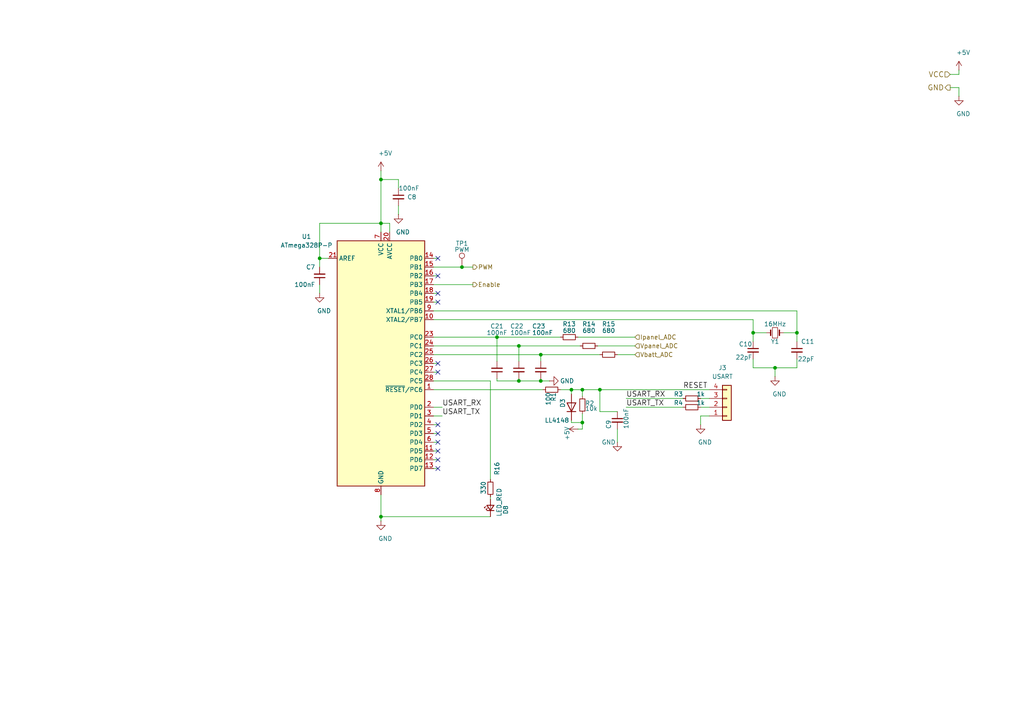
<source format=kicad_sch>
(kicad_sch
	(version 20231120)
	(generator "eeschema")
	(generator_version "8.0")
	(uuid "e1c06b81-0884-4d08-820f-2bc7570c44fd")
	(paper "A4")
	(lib_symbols
		(symbol "Connector:TestPoint"
			(pin_numbers hide)
			(pin_names
				(offset 0.762) hide)
			(exclude_from_sim no)
			(in_bom yes)
			(on_board yes)
			(property "Reference" "TP"
				(at 0 6.858 0)
				(effects
					(font
						(size 1.27 1.27)
					)
				)
			)
			(property "Value" "TestPoint"
				(at 0 5.08 0)
				(effects
					(font
						(size 1.27 1.27)
					)
				)
			)
			(property "Footprint" ""
				(at 5.08 0 0)
				(effects
					(font
						(size 1.27 1.27)
					)
					(hide yes)
				)
			)
			(property "Datasheet" "~"
				(at 5.08 0 0)
				(effects
					(font
						(size 1.27 1.27)
					)
					(hide yes)
				)
			)
			(property "Description" "test point"
				(at 0 0 0)
				(effects
					(font
						(size 1.27 1.27)
					)
					(hide yes)
				)
			)
			(property "ki_keywords" "test point tp"
				(at 0 0 0)
				(effects
					(font
						(size 1.27 1.27)
					)
					(hide yes)
				)
			)
			(property "ki_fp_filters" "Pin* Test*"
				(at 0 0 0)
				(effects
					(font
						(size 1.27 1.27)
					)
					(hide yes)
				)
			)
			(symbol "TestPoint_0_1"
				(circle
					(center 0 3.302)
					(radius 0.762)
					(stroke
						(width 0)
						(type default)
					)
					(fill
						(type none)
					)
				)
			)
			(symbol "TestPoint_1_1"
				(pin passive line
					(at 0 0 90)
					(length 2.54)
					(name "1"
						(effects
							(font
								(size 1.27 1.27)
							)
						)
					)
					(number "1"
						(effects
							(font
								(size 1.27 1.27)
							)
						)
					)
				)
			)
		)
		(symbol "Connector_Generic:Conn_01x04"
			(pin_names
				(offset 1.016) hide)
			(exclude_from_sim no)
			(in_bom yes)
			(on_board yes)
			(property "Reference" "J"
				(at 0 5.08 0)
				(effects
					(font
						(size 1.27 1.27)
					)
				)
			)
			(property "Value" "Conn_01x04"
				(at 0 -7.62 0)
				(effects
					(font
						(size 1.27 1.27)
					)
				)
			)
			(property "Footprint" ""
				(at 0 0 0)
				(effects
					(font
						(size 1.27 1.27)
					)
					(hide yes)
				)
			)
			(property "Datasheet" "~"
				(at 0 0 0)
				(effects
					(font
						(size 1.27 1.27)
					)
					(hide yes)
				)
			)
			(property "Description" "Generic connector, single row, 01x04, script generated (kicad-library-utils/schlib/autogen/connector/)"
				(at 0 0 0)
				(effects
					(font
						(size 1.27 1.27)
					)
					(hide yes)
				)
			)
			(property "ki_keywords" "connector"
				(at 0 0 0)
				(effects
					(font
						(size 1.27 1.27)
					)
					(hide yes)
				)
			)
			(property "ki_fp_filters" "Connector*:*_1x??_*"
				(at 0 0 0)
				(effects
					(font
						(size 1.27 1.27)
					)
					(hide yes)
				)
			)
			(symbol "Conn_01x04_1_1"
				(rectangle
					(start -1.27 -4.953)
					(end 0 -5.207)
					(stroke
						(width 0.1524)
						(type default)
					)
					(fill
						(type none)
					)
				)
				(rectangle
					(start -1.27 -2.413)
					(end 0 -2.667)
					(stroke
						(width 0.1524)
						(type default)
					)
					(fill
						(type none)
					)
				)
				(rectangle
					(start -1.27 0.127)
					(end 0 -0.127)
					(stroke
						(width 0.1524)
						(type default)
					)
					(fill
						(type none)
					)
				)
				(rectangle
					(start -1.27 2.667)
					(end 0 2.413)
					(stroke
						(width 0.1524)
						(type default)
					)
					(fill
						(type none)
					)
				)
				(rectangle
					(start -1.27 3.81)
					(end 1.27 -6.35)
					(stroke
						(width 0.254)
						(type default)
					)
					(fill
						(type background)
					)
				)
				(pin passive line
					(at -5.08 2.54 0)
					(length 3.81)
					(name "Pin_1"
						(effects
							(font
								(size 1.27 1.27)
							)
						)
					)
					(number "1"
						(effects
							(font
								(size 1.27 1.27)
							)
						)
					)
				)
				(pin passive line
					(at -5.08 0 0)
					(length 3.81)
					(name "Pin_2"
						(effects
							(font
								(size 1.27 1.27)
							)
						)
					)
					(number "2"
						(effects
							(font
								(size 1.27 1.27)
							)
						)
					)
				)
				(pin passive line
					(at -5.08 -2.54 0)
					(length 3.81)
					(name "Pin_3"
						(effects
							(font
								(size 1.27 1.27)
							)
						)
					)
					(number "3"
						(effects
							(font
								(size 1.27 1.27)
							)
						)
					)
				)
				(pin passive line
					(at -5.08 -5.08 0)
					(length 3.81)
					(name "Pin_4"
						(effects
							(font
								(size 1.27 1.27)
							)
						)
					)
					(number "4"
						(effects
							(font
								(size 1.27 1.27)
							)
						)
					)
				)
			)
		)
		(symbol "Device:C_Small"
			(pin_numbers hide)
			(pin_names
				(offset 0.254) hide)
			(exclude_from_sim no)
			(in_bom yes)
			(on_board yes)
			(property "Reference" "C"
				(at 0.254 1.778 0)
				(effects
					(font
						(size 1.27 1.27)
					)
					(justify left)
				)
			)
			(property "Value" "C_Small"
				(at 0.254 -2.032 0)
				(effects
					(font
						(size 1.27 1.27)
					)
					(justify left)
				)
			)
			(property "Footprint" ""
				(at 0 0 0)
				(effects
					(font
						(size 1.27 1.27)
					)
					(hide yes)
				)
			)
			(property "Datasheet" "~"
				(at 0 0 0)
				(effects
					(font
						(size 1.27 1.27)
					)
					(hide yes)
				)
			)
			(property "Description" "Unpolarized capacitor, small symbol"
				(at 0 0 0)
				(effects
					(font
						(size 1.27 1.27)
					)
					(hide yes)
				)
			)
			(property "ki_keywords" "capacitor cap"
				(at 0 0 0)
				(effects
					(font
						(size 1.27 1.27)
					)
					(hide yes)
				)
			)
			(property "ki_fp_filters" "C_*"
				(at 0 0 0)
				(effects
					(font
						(size 1.27 1.27)
					)
					(hide yes)
				)
			)
			(symbol "C_Small_0_1"
				(polyline
					(pts
						(xy -1.524 -0.508) (xy 1.524 -0.508)
					)
					(stroke
						(width 0.3302)
						(type default)
					)
					(fill
						(type none)
					)
				)
				(polyline
					(pts
						(xy -1.524 0.508) (xy 1.524 0.508)
					)
					(stroke
						(width 0.3048)
						(type default)
					)
					(fill
						(type none)
					)
				)
			)
			(symbol "C_Small_1_1"
				(pin passive line
					(at 0 2.54 270)
					(length 2.032)
					(name "~"
						(effects
							(font
								(size 1.27 1.27)
							)
						)
					)
					(number "1"
						(effects
							(font
								(size 1.27 1.27)
							)
						)
					)
				)
				(pin passive line
					(at 0 -2.54 90)
					(length 2.032)
					(name "~"
						(effects
							(font
								(size 1.27 1.27)
							)
						)
					)
					(number "2"
						(effects
							(font
								(size 1.27 1.27)
							)
						)
					)
				)
			)
		)
		(symbol "Device:Crystal_Small"
			(pin_numbers hide)
			(pin_names
				(offset 1.016) hide)
			(exclude_from_sim no)
			(in_bom yes)
			(on_board yes)
			(property "Reference" "Y"
				(at 0 2.54 0)
				(effects
					(font
						(size 1.27 1.27)
					)
				)
			)
			(property "Value" "Crystal_Small"
				(at 0 -2.54 0)
				(effects
					(font
						(size 1.27 1.27)
					)
				)
			)
			(property "Footprint" ""
				(at 0 0 0)
				(effects
					(font
						(size 1.27 1.27)
					)
					(hide yes)
				)
			)
			(property "Datasheet" "~"
				(at 0 0 0)
				(effects
					(font
						(size 1.27 1.27)
					)
					(hide yes)
				)
			)
			(property "Description" "Two pin crystal, small symbol"
				(at 0 0 0)
				(effects
					(font
						(size 1.27 1.27)
					)
					(hide yes)
				)
			)
			(property "ki_keywords" "quartz ceramic resonator oscillator"
				(at 0 0 0)
				(effects
					(font
						(size 1.27 1.27)
					)
					(hide yes)
				)
			)
			(property "ki_fp_filters" "Crystal*"
				(at 0 0 0)
				(effects
					(font
						(size 1.27 1.27)
					)
					(hide yes)
				)
			)
			(symbol "Crystal_Small_0_1"
				(rectangle
					(start -0.762 -1.524)
					(end 0.762 1.524)
					(stroke
						(width 0)
						(type default)
					)
					(fill
						(type none)
					)
				)
				(polyline
					(pts
						(xy -1.27 -0.762) (xy -1.27 0.762)
					)
					(stroke
						(width 0.381)
						(type default)
					)
					(fill
						(type none)
					)
				)
				(polyline
					(pts
						(xy 1.27 -0.762) (xy 1.27 0.762)
					)
					(stroke
						(width 0.381)
						(type default)
					)
					(fill
						(type none)
					)
				)
			)
			(symbol "Crystal_Small_1_1"
				(pin passive line
					(at -2.54 0 0)
					(length 1.27)
					(name "1"
						(effects
							(font
								(size 1.27 1.27)
							)
						)
					)
					(number "1"
						(effects
							(font
								(size 1.27 1.27)
							)
						)
					)
				)
				(pin passive line
					(at 2.54 0 180)
					(length 1.27)
					(name "2"
						(effects
							(font
								(size 1.27 1.27)
							)
						)
					)
					(number "2"
						(effects
							(font
								(size 1.27 1.27)
							)
						)
					)
				)
			)
		)
		(symbol "Device:LED_Small"
			(pin_numbers hide)
			(pin_names
				(offset 0.254) hide)
			(exclude_from_sim no)
			(in_bom yes)
			(on_board yes)
			(property "Reference" "D"
				(at -1.27 3.175 0)
				(effects
					(font
						(size 1.27 1.27)
					)
					(justify left)
				)
			)
			(property "Value" "LED_Small"
				(at -4.445 -2.54 0)
				(effects
					(font
						(size 1.27 1.27)
					)
					(justify left)
				)
			)
			(property "Footprint" ""
				(at 0 0 90)
				(effects
					(font
						(size 1.27 1.27)
					)
					(hide yes)
				)
			)
			(property "Datasheet" "~"
				(at 0 0 90)
				(effects
					(font
						(size 1.27 1.27)
					)
					(hide yes)
				)
			)
			(property "Description" "Light emitting diode, small symbol"
				(at 0 0 0)
				(effects
					(font
						(size 1.27 1.27)
					)
					(hide yes)
				)
			)
			(property "ki_keywords" "LED diode light-emitting-diode"
				(at 0 0 0)
				(effects
					(font
						(size 1.27 1.27)
					)
					(hide yes)
				)
			)
			(property "ki_fp_filters" "LED* LED_SMD:* LED_THT:*"
				(at 0 0 0)
				(effects
					(font
						(size 1.27 1.27)
					)
					(hide yes)
				)
			)
			(symbol "LED_Small_0_1"
				(polyline
					(pts
						(xy -0.762 -1.016) (xy -0.762 1.016)
					)
					(stroke
						(width 0.254)
						(type default)
					)
					(fill
						(type none)
					)
				)
				(polyline
					(pts
						(xy 1.016 0) (xy -0.762 0)
					)
					(stroke
						(width 0)
						(type default)
					)
					(fill
						(type none)
					)
				)
				(polyline
					(pts
						(xy 0.762 -1.016) (xy -0.762 0) (xy 0.762 1.016) (xy 0.762 -1.016)
					)
					(stroke
						(width 0.254)
						(type default)
					)
					(fill
						(type none)
					)
				)
				(polyline
					(pts
						(xy 0 0.762) (xy -0.508 1.27) (xy -0.254 1.27) (xy -0.508 1.27) (xy -0.508 1.016)
					)
					(stroke
						(width 0)
						(type default)
					)
					(fill
						(type none)
					)
				)
				(polyline
					(pts
						(xy 0.508 1.27) (xy 0 1.778) (xy 0.254 1.778) (xy 0 1.778) (xy 0 1.524)
					)
					(stroke
						(width 0)
						(type default)
					)
					(fill
						(type none)
					)
				)
			)
			(symbol "LED_Small_1_1"
				(pin passive line
					(at -2.54 0 0)
					(length 1.778)
					(name "K"
						(effects
							(font
								(size 1.27 1.27)
							)
						)
					)
					(number "1"
						(effects
							(font
								(size 1.27 1.27)
							)
						)
					)
				)
				(pin passive line
					(at 2.54 0 180)
					(length 1.778)
					(name "A"
						(effects
							(font
								(size 1.27 1.27)
							)
						)
					)
					(number "2"
						(effects
							(font
								(size 1.27 1.27)
							)
						)
					)
				)
			)
		)
		(symbol "Device:R_Small"
			(pin_numbers hide)
			(pin_names
				(offset 0.254) hide)
			(exclude_from_sim no)
			(in_bom yes)
			(on_board yes)
			(property "Reference" "R"
				(at 0.762 0.508 0)
				(effects
					(font
						(size 1.27 1.27)
					)
					(justify left)
				)
			)
			(property "Value" "R_Small"
				(at 0.762 -1.016 0)
				(effects
					(font
						(size 1.27 1.27)
					)
					(justify left)
				)
			)
			(property "Footprint" ""
				(at 0 0 0)
				(effects
					(font
						(size 1.27 1.27)
					)
					(hide yes)
				)
			)
			(property "Datasheet" "~"
				(at 0 0 0)
				(effects
					(font
						(size 1.27 1.27)
					)
					(hide yes)
				)
			)
			(property "Description" "Resistor, small symbol"
				(at 0 0 0)
				(effects
					(font
						(size 1.27 1.27)
					)
					(hide yes)
				)
			)
			(property "ki_keywords" "R resistor"
				(at 0 0 0)
				(effects
					(font
						(size 1.27 1.27)
					)
					(hide yes)
				)
			)
			(property "ki_fp_filters" "R_*"
				(at 0 0 0)
				(effects
					(font
						(size 1.27 1.27)
					)
					(hide yes)
				)
			)
			(symbol "R_Small_0_1"
				(rectangle
					(start -0.762 1.778)
					(end 0.762 -1.778)
					(stroke
						(width 0.2032)
						(type default)
					)
					(fill
						(type none)
					)
				)
			)
			(symbol "R_Small_1_1"
				(pin passive line
					(at 0 2.54 270)
					(length 0.762)
					(name "~"
						(effects
							(font
								(size 1.27 1.27)
							)
						)
					)
					(number "1"
						(effects
							(font
								(size 1.27 1.27)
							)
						)
					)
				)
				(pin passive line
					(at 0 -2.54 90)
					(length 0.762)
					(name "~"
						(effects
							(font
								(size 1.27 1.27)
							)
						)
					)
					(number "2"
						(effects
							(font
								(size 1.27 1.27)
							)
						)
					)
				)
			)
		)
		(symbol "Diode:LL4148"
			(pin_numbers hide)
			(pin_names hide)
			(exclude_from_sim no)
			(in_bom yes)
			(on_board yes)
			(property "Reference" "D"
				(at 0 2.54 0)
				(effects
					(font
						(size 1.27 1.27)
					)
				)
			)
			(property "Value" "LL4148"
				(at 0 -2.54 0)
				(effects
					(font
						(size 1.27 1.27)
					)
				)
			)
			(property "Footprint" "Diode_SMD:D_MiniMELF"
				(at 0 -4.445 0)
				(effects
					(font
						(size 1.27 1.27)
					)
					(hide yes)
				)
			)
			(property "Datasheet" "http://www.vishay.com/docs/85557/ll4148.pdf"
				(at 0 0 0)
				(effects
					(font
						(size 1.27 1.27)
					)
					(hide yes)
				)
			)
			(property "Description" "100V 0.15A standard switching diode, MiniMELF"
				(at 0 0 0)
				(effects
					(font
						(size 1.27 1.27)
					)
					(hide yes)
				)
			)
			(property "Sim.Device" "D"
				(at 0 0 0)
				(effects
					(font
						(size 1.27 1.27)
					)
					(hide yes)
				)
			)
			(property "Sim.Pins" "1=K 2=A"
				(at 0 0 0)
				(effects
					(font
						(size 1.27 1.27)
					)
					(hide yes)
				)
			)
			(property "ki_keywords" "diode"
				(at 0 0 0)
				(effects
					(font
						(size 1.27 1.27)
					)
					(hide yes)
				)
			)
			(property "ki_fp_filters" "D*MiniMELF*"
				(at 0 0 0)
				(effects
					(font
						(size 1.27 1.27)
					)
					(hide yes)
				)
			)
			(symbol "LL4148_0_1"
				(polyline
					(pts
						(xy -1.27 1.27) (xy -1.27 -1.27)
					)
					(stroke
						(width 0.254)
						(type default)
					)
					(fill
						(type none)
					)
				)
				(polyline
					(pts
						(xy 1.27 0) (xy -1.27 0)
					)
					(stroke
						(width 0)
						(type default)
					)
					(fill
						(type none)
					)
				)
				(polyline
					(pts
						(xy 1.27 1.27) (xy 1.27 -1.27) (xy -1.27 0) (xy 1.27 1.27)
					)
					(stroke
						(width 0.254)
						(type default)
					)
					(fill
						(type none)
					)
				)
			)
			(symbol "LL4148_1_1"
				(pin passive line
					(at -3.81 0 0)
					(length 2.54)
					(name "K"
						(effects
							(font
								(size 1.27 1.27)
							)
						)
					)
					(number "1"
						(effects
							(font
								(size 1.27 1.27)
							)
						)
					)
				)
				(pin passive line
					(at 3.81 0 180)
					(length 2.54)
					(name "A"
						(effects
							(font
								(size 1.27 1.27)
							)
						)
					)
					(number "2"
						(effects
							(font
								(size 1.27 1.27)
							)
						)
					)
				)
			)
		)
		(symbol "MCU_Microchip_ATmega:ATmega328P-P"
			(exclude_from_sim no)
			(in_bom yes)
			(on_board yes)
			(property "Reference" "U"
				(at -12.7 36.83 0)
				(effects
					(font
						(size 1.27 1.27)
					)
					(justify left bottom)
				)
			)
			(property "Value" "ATmega328P-P"
				(at 2.54 -36.83 0)
				(effects
					(font
						(size 1.27 1.27)
					)
					(justify left top)
				)
			)
			(property "Footprint" "Package_DIP:DIP-28_W7.62mm"
				(at 0 0 0)
				(effects
					(font
						(size 1.27 1.27)
						(italic yes)
					)
					(hide yes)
				)
			)
			(property "Datasheet" "http://ww1.microchip.com/downloads/en/DeviceDoc/ATmega328_P%20AVR%20MCU%20with%20picoPower%20Technology%20Data%20Sheet%2040001984A.pdf"
				(at 0 0 0)
				(effects
					(font
						(size 1.27 1.27)
					)
					(hide yes)
				)
			)
			(property "Description" "20MHz, 32kB Flash, 2kB SRAM, 1kB EEPROM, DIP-28"
				(at 0 0 0)
				(effects
					(font
						(size 1.27 1.27)
					)
					(hide yes)
				)
			)
			(property "ki_keywords" "AVR 8bit Microcontroller MegaAVR PicoPower"
				(at 0 0 0)
				(effects
					(font
						(size 1.27 1.27)
					)
					(hide yes)
				)
			)
			(property "ki_fp_filters" "DIP*W7.62mm*"
				(at 0 0 0)
				(effects
					(font
						(size 1.27 1.27)
					)
					(hide yes)
				)
			)
			(symbol "ATmega328P-P_0_1"
				(rectangle
					(start -12.7 -35.56)
					(end 12.7 35.56)
					(stroke
						(width 0.254)
						(type default)
					)
					(fill
						(type background)
					)
				)
			)
			(symbol "ATmega328P-P_1_1"
				(pin bidirectional line
					(at 15.24 -7.62 180)
					(length 2.54)
					(name "~{RESET}/PC6"
						(effects
							(font
								(size 1.27 1.27)
							)
						)
					)
					(number "1"
						(effects
							(font
								(size 1.27 1.27)
							)
						)
					)
				)
				(pin bidirectional line
					(at 15.24 12.7 180)
					(length 2.54)
					(name "XTAL2/PB7"
						(effects
							(font
								(size 1.27 1.27)
							)
						)
					)
					(number "10"
						(effects
							(font
								(size 1.27 1.27)
							)
						)
					)
				)
				(pin bidirectional line
					(at 15.24 -25.4 180)
					(length 2.54)
					(name "PD5"
						(effects
							(font
								(size 1.27 1.27)
							)
						)
					)
					(number "11"
						(effects
							(font
								(size 1.27 1.27)
							)
						)
					)
				)
				(pin bidirectional line
					(at 15.24 -27.94 180)
					(length 2.54)
					(name "PD6"
						(effects
							(font
								(size 1.27 1.27)
							)
						)
					)
					(number "12"
						(effects
							(font
								(size 1.27 1.27)
							)
						)
					)
				)
				(pin bidirectional line
					(at 15.24 -30.48 180)
					(length 2.54)
					(name "PD7"
						(effects
							(font
								(size 1.27 1.27)
							)
						)
					)
					(number "13"
						(effects
							(font
								(size 1.27 1.27)
							)
						)
					)
				)
				(pin bidirectional line
					(at 15.24 30.48 180)
					(length 2.54)
					(name "PB0"
						(effects
							(font
								(size 1.27 1.27)
							)
						)
					)
					(number "14"
						(effects
							(font
								(size 1.27 1.27)
							)
						)
					)
				)
				(pin bidirectional line
					(at 15.24 27.94 180)
					(length 2.54)
					(name "PB1"
						(effects
							(font
								(size 1.27 1.27)
							)
						)
					)
					(number "15"
						(effects
							(font
								(size 1.27 1.27)
							)
						)
					)
				)
				(pin bidirectional line
					(at 15.24 25.4 180)
					(length 2.54)
					(name "PB2"
						(effects
							(font
								(size 1.27 1.27)
							)
						)
					)
					(number "16"
						(effects
							(font
								(size 1.27 1.27)
							)
						)
					)
				)
				(pin bidirectional line
					(at 15.24 22.86 180)
					(length 2.54)
					(name "PB3"
						(effects
							(font
								(size 1.27 1.27)
							)
						)
					)
					(number "17"
						(effects
							(font
								(size 1.27 1.27)
							)
						)
					)
				)
				(pin bidirectional line
					(at 15.24 20.32 180)
					(length 2.54)
					(name "PB4"
						(effects
							(font
								(size 1.27 1.27)
							)
						)
					)
					(number "18"
						(effects
							(font
								(size 1.27 1.27)
							)
						)
					)
				)
				(pin bidirectional line
					(at 15.24 17.78 180)
					(length 2.54)
					(name "PB5"
						(effects
							(font
								(size 1.27 1.27)
							)
						)
					)
					(number "19"
						(effects
							(font
								(size 1.27 1.27)
							)
						)
					)
				)
				(pin bidirectional line
					(at 15.24 -12.7 180)
					(length 2.54)
					(name "PD0"
						(effects
							(font
								(size 1.27 1.27)
							)
						)
					)
					(number "2"
						(effects
							(font
								(size 1.27 1.27)
							)
						)
					)
				)
				(pin power_in line
					(at 2.54 38.1 270)
					(length 2.54)
					(name "AVCC"
						(effects
							(font
								(size 1.27 1.27)
							)
						)
					)
					(number "20"
						(effects
							(font
								(size 1.27 1.27)
							)
						)
					)
				)
				(pin passive line
					(at -15.24 30.48 0)
					(length 2.54)
					(name "AREF"
						(effects
							(font
								(size 1.27 1.27)
							)
						)
					)
					(number "21"
						(effects
							(font
								(size 1.27 1.27)
							)
						)
					)
				)
				(pin passive line
					(at 0 -38.1 90)
					(length 2.54) hide
					(name "GND"
						(effects
							(font
								(size 1.27 1.27)
							)
						)
					)
					(number "22"
						(effects
							(font
								(size 1.27 1.27)
							)
						)
					)
				)
				(pin bidirectional line
					(at 15.24 7.62 180)
					(length 2.54)
					(name "PC0"
						(effects
							(font
								(size 1.27 1.27)
							)
						)
					)
					(number "23"
						(effects
							(font
								(size 1.27 1.27)
							)
						)
					)
				)
				(pin bidirectional line
					(at 15.24 5.08 180)
					(length 2.54)
					(name "PC1"
						(effects
							(font
								(size 1.27 1.27)
							)
						)
					)
					(number "24"
						(effects
							(font
								(size 1.27 1.27)
							)
						)
					)
				)
				(pin bidirectional line
					(at 15.24 2.54 180)
					(length 2.54)
					(name "PC2"
						(effects
							(font
								(size 1.27 1.27)
							)
						)
					)
					(number "25"
						(effects
							(font
								(size 1.27 1.27)
							)
						)
					)
				)
				(pin bidirectional line
					(at 15.24 0 180)
					(length 2.54)
					(name "PC3"
						(effects
							(font
								(size 1.27 1.27)
							)
						)
					)
					(number "26"
						(effects
							(font
								(size 1.27 1.27)
							)
						)
					)
				)
				(pin bidirectional line
					(at 15.24 -2.54 180)
					(length 2.54)
					(name "PC4"
						(effects
							(font
								(size 1.27 1.27)
							)
						)
					)
					(number "27"
						(effects
							(font
								(size 1.27 1.27)
							)
						)
					)
				)
				(pin bidirectional line
					(at 15.24 -5.08 180)
					(length 2.54)
					(name "PC5"
						(effects
							(font
								(size 1.27 1.27)
							)
						)
					)
					(number "28"
						(effects
							(font
								(size 1.27 1.27)
							)
						)
					)
				)
				(pin bidirectional line
					(at 15.24 -15.24 180)
					(length 2.54)
					(name "PD1"
						(effects
							(font
								(size 1.27 1.27)
							)
						)
					)
					(number "3"
						(effects
							(font
								(size 1.27 1.27)
							)
						)
					)
				)
				(pin bidirectional line
					(at 15.24 -17.78 180)
					(length 2.54)
					(name "PD2"
						(effects
							(font
								(size 1.27 1.27)
							)
						)
					)
					(number "4"
						(effects
							(font
								(size 1.27 1.27)
							)
						)
					)
				)
				(pin bidirectional line
					(at 15.24 -20.32 180)
					(length 2.54)
					(name "PD3"
						(effects
							(font
								(size 1.27 1.27)
							)
						)
					)
					(number "5"
						(effects
							(font
								(size 1.27 1.27)
							)
						)
					)
				)
				(pin bidirectional line
					(at 15.24 -22.86 180)
					(length 2.54)
					(name "PD4"
						(effects
							(font
								(size 1.27 1.27)
							)
						)
					)
					(number "6"
						(effects
							(font
								(size 1.27 1.27)
							)
						)
					)
				)
				(pin power_in line
					(at 0 38.1 270)
					(length 2.54)
					(name "VCC"
						(effects
							(font
								(size 1.27 1.27)
							)
						)
					)
					(number "7"
						(effects
							(font
								(size 1.27 1.27)
							)
						)
					)
				)
				(pin power_in line
					(at 0 -38.1 90)
					(length 2.54)
					(name "GND"
						(effects
							(font
								(size 1.27 1.27)
							)
						)
					)
					(number "8"
						(effects
							(font
								(size 1.27 1.27)
							)
						)
					)
				)
				(pin bidirectional line
					(at 15.24 15.24 180)
					(length 2.54)
					(name "XTAL1/PB6"
						(effects
							(font
								(size 1.27 1.27)
							)
						)
					)
					(number "9"
						(effects
							(font
								(size 1.27 1.27)
							)
						)
					)
				)
			)
		)
		(symbol "power:+5V"
			(power)
			(pin_numbers hide)
			(pin_names
				(offset 0) hide)
			(exclude_from_sim no)
			(in_bom yes)
			(on_board yes)
			(property "Reference" "#PWR"
				(at 0 -3.81 0)
				(effects
					(font
						(size 1.27 1.27)
					)
					(hide yes)
				)
			)
			(property "Value" "+5V"
				(at 0 3.556 0)
				(effects
					(font
						(size 1.27 1.27)
					)
				)
			)
			(property "Footprint" ""
				(at 0 0 0)
				(effects
					(font
						(size 1.27 1.27)
					)
					(hide yes)
				)
			)
			(property "Datasheet" ""
				(at 0 0 0)
				(effects
					(font
						(size 1.27 1.27)
					)
					(hide yes)
				)
			)
			(property "Description" "Power symbol creates a global label with name \"+5V\""
				(at 0 0 0)
				(effects
					(font
						(size 1.27 1.27)
					)
					(hide yes)
				)
			)
			(property "ki_keywords" "global power"
				(at 0 0 0)
				(effects
					(font
						(size 1.27 1.27)
					)
					(hide yes)
				)
			)
			(symbol "+5V_0_1"
				(polyline
					(pts
						(xy -0.762 1.27) (xy 0 2.54)
					)
					(stroke
						(width 0)
						(type default)
					)
					(fill
						(type none)
					)
				)
				(polyline
					(pts
						(xy 0 0) (xy 0 2.54)
					)
					(stroke
						(width 0)
						(type default)
					)
					(fill
						(type none)
					)
				)
				(polyline
					(pts
						(xy 0 2.54) (xy 0.762 1.27)
					)
					(stroke
						(width 0)
						(type default)
					)
					(fill
						(type none)
					)
				)
			)
			(symbol "+5V_1_1"
				(pin power_in line
					(at 0 0 90)
					(length 0)
					(name "~"
						(effects
							(font
								(size 1.27 1.27)
							)
						)
					)
					(number "1"
						(effects
							(font
								(size 1.27 1.27)
							)
						)
					)
				)
			)
		)
		(symbol "power:GND"
			(power)
			(pin_numbers hide)
			(pin_names
				(offset 0) hide)
			(exclude_from_sim no)
			(in_bom yes)
			(on_board yes)
			(property "Reference" "#PWR"
				(at 0 -6.35 0)
				(effects
					(font
						(size 1.27 1.27)
					)
					(hide yes)
				)
			)
			(property "Value" "GND"
				(at 0 -3.81 0)
				(effects
					(font
						(size 1.27 1.27)
					)
				)
			)
			(property "Footprint" ""
				(at 0 0 0)
				(effects
					(font
						(size 1.27 1.27)
					)
					(hide yes)
				)
			)
			(property "Datasheet" ""
				(at 0 0 0)
				(effects
					(font
						(size 1.27 1.27)
					)
					(hide yes)
				)
			)
			(property "Description" "Power symbol creates a global label with name \"GND\" , ground"
				(at 0 0 0)
				(effects
					(font
						(size 1.27 1.27)
					)
					(hide yes)
				)
			)
			(property "ki_keywords" "global power"
				(at 0 0 0)
				(effects
					(font
						(size 1.27 1.27)
					)
					(hide yes)
				)
			)
			(symbol "GND_0_1"
				(polyline
					(pts
						(xy 0 0) (xy 0 -1.27) (xy 1.27 -1.27) (xy 0 -2.54) (xy -1.27 -1.27) (xy 0 -1.27)
					)
					(stroke
						(width 0)
						(type default)
					)
					(fill
						(type none)
					)
				)
			)
			(symbol "GND_1_1"
				(pin power_in line
					(at 0 0 270)
					(length 0)
					(name "~"
						(effects
							(font
								(size 1.27 1.27)
							)
						)
					)
					(number "1"
						(effects
							(font
								(size 1.27 1.27)
							)
						)
					)
				)
			)
		)
	)
	(junction
		(at 156.845 102.87)
		(diameter 0)
		(color 0 0 0 0)
		(uuid "06aa7c2f-5c5f-477c-8783-7ec95383817e")
	)
	(junction
		(at 224.79 106.68)
		(diameter 0)
		(color 0 0 0 0)
		(uuid "0cc02a05-359b-41f7-be70-186b5cb477ff")
	)
	(junction
		(at 218.44 96.52)
		(diameter 0)
		(color 0 0 0 0)
		(uuid "19b21dfb-720d-47ee-abe8-7b56f1692f30")
	)
	(junction
		(at 231.14 96.52)
		(diameter 0)
		(color 0 0 0 0)
		(uuid "2b9e913b-913d-46bc-abe8-035c73c8f1d7")
	)
	(junction
		(at 173.99 113.03)
		(diameter 0)
		(color 0 0 0 0)
		(uuid "2fa08609-a445-4567-884d-668f72c4572c")
	)
	(junction
		(at 150.495 110.49)
		(diameter 0)
		(color 0 0 0 0)
		(uuid "37af62bd-527c-47e7-ae1f-38a9f5bef9da")
	)
	(junction
		(at 110.49 149.86)
		(diameter 0)
		(color 0 0 0 0)
		(uuid "45713df9-538b-4cf7-8f17-b90724b214a6")
	)
	(junction
		(at 110.49 52.07)
		(diameter 0)
		(color 0 0 0 0)
		(uuid "513799ba-0827-43e5-bb98-ff74b3a9b83e")
	)
	(junction
		(at 92.71 74.93)
		(diameter 0)
		(color 0 0 0 0)
		(uuid "6030ddf8-0154-4d2d-96d0-f587ff9402c7")
	)
	(junction
		(at 133.985 77.47)
		(diameter 0)
		(color 0 0 0 0)
		(uuid "604adc0a-2256-4c5b-8ee7-b738f47a3eff")
	)
	(junction
		(at 144.145 97.79)
		(diameter 0)
		(color 0 0 0 0)
		(uuid "7b30d151-1c1e-4c2b-b156-6cc3ea491228")
	)
	(junction
		(at 165.735 113.03)
		(diameter 0)
		(color 0 0 0 0)
		(uuid "a9096dc5-f5eb-4ed7-baf4-fbc29b2bf4b7")
	)
	(junction
		(at 156.845 110.49)
		(diameter 0)
		(color 0 0 0 0)
		(uuid "afb59d80-b17a-4f7e-af2c-475322285889")
	)
	(junction
		(at 150.495 100.33)
		(diameter 0)
		(color 0 0 0 0)
		(uuid "b858c316-3176-4421-9c89-9454efc7554b")
	)
	(junction
		(at 168.91 113.03)
		(diameter 0)
		(color 0 0 0 0)
		(uuid "c29ba739-bd1d-48a3-95c3-55278e70c41b")
	)
	(junction
		(at 168.91 122.555)
		(diameter 0)
		(color 0 0 0 0)
		(uuid "cdb13b2a-c760-49d7-8e53-2a31b65323a7")
	)
	(junction
		(at 110.49 64.77)
		(diameter 0)
		(color 0 0 0 0)
		(uuid "e5e07fc6-70e3-4567-bdc4-bac8a7735772")
	)
	(no_connect
		(at 127 105.41)
		(uuid "2b0ed785-a0a6-48b5-8866-b05d2070ef2f")
	)
	(no_connect
		(at 127 130.81)
		(uuid "2b91511c-67fa-4a20-95fb-d9fdde587794")
	)
	(no_connect
		(at 127 128.27)
		(uuid "3adeaaae-025c-4bda-9825-d7212e61f9ef")
	)
	(no_connect
		(at 127 135.89)
		(uuid "446c7ab8-158b-4294-b549-769983c4836d")
	)
	(no_connect
		(at 127 85.09)
		(uuid "4f730c87-48c8-4446-94cb-69c836b05001")
	)
	(no_connect
		(at 127 133.35)
		(uuid "70faf094-caa4-43ca-b073-7d627e0c05c1")
	)
	(no_connect
		(at 127 125.73)
		(uuid "b6e0b1e2-5243-4358-b221-f1a5ec0c5762")
	)
	(no_connect
		(at 127 80.01)
		(uuid "b6e1152c-4838-4861-8441-594e274a8798")
	)
	(no_connect
		(at 127 74.93)
		(uuid "e7505453-4f0a-48ba-8152-e65b1ac47a86")
	)
	(no_connect
		(at 127 107.95)
		(uuid "e795af6c-cb84-47bc-82bb-f0fe482cc73b")
	)
	(no_connect
		(at 127 87.63)
		(uuid "fa667be8-c9d2-4b6f-b3be-29d9a05ecb45")
	)
	(no_connect
		(at 127 123.19)
		(uuid "fb5c6347-3605-4517-8a1c-bdc9711bbc67")
	)
	(wire
		(pts
			(xy 181.61 118.11) (xy 198.12 118.11)
		)
		(stroke
			(width 0)
			(type default)
		)
		(uuid "020e675a-325a-4d9a-8d7b-d52652e74933")
	)
	(wire
		(pts
			(xy 275.59 21.59) (xy 278.13 21.59)
		)
		(stroke
			(width 0)
			(type default)
		)
		(uuid "04d8bd98-34c5-42b6-82c9-9f5ce391f6d0")
	)
	(wire
		(pts
			(xy 125.73 128.27) (xy 127 128.27)
		)
		(stroke
			(width 0)
			(type default)
		)
		(uuid "06955001-1853-4ba1-a183-dd351ae2f6f1")
	)
	(wire
		(pts
			(xy 110.49 143.51) (xy 110.49 149.86)
		)
		(stroke
			(width 0)
			(type default)
		)
		(uuid "0f4e900f-76ad-4546-8090-cbdabe355049")
	)
	(wire
		(pts
			(xy 168.91 124.46) (xy 168.91 122.555)
		)
		(stroke
			(width 0)
			(type default)
		)
		(uuid "10524539-900e-4a61-88d3-ac577457a9c4")
	)
	(wire
		(pts
			(xy 150.495 100.33) (xy 150.495 104.775)
		)
		(stroke
			(width 0)
			(type default)
		)
		(uuid "10d57029-ecfe-4eb4-9803-c9e05be43c93")
	)
	(wire
		(pts
			(xy 203.2 115.57) (xy 205.74 115.57)
		)
		(stroke
			(width 0)
			(type default)
		)
		(uuid "1273a201-d207-4985-9aab-a3199d7abacc")
	)
	(wire
		(pts
			(xy 218.44 106.68) (xy 224.79 106.68)
		)
		(stroke
			(width 0)
			(type default)
		)
		(uuid "13652879-d302-4f74-aa4b-76e7f94b51e6")
	)
	(wire
		(pts
			(xy 275.59 25.4) (xy 278.13 25.4)
		)
		(stroke
			(width 0)
			(type default)
		)
		(uuid "13c9c09c-e10c-4209-91d3-fa136a30c5d7")
	)
	(wire
		(pts
			(xy 179.07 124.46) (xy 179.07 128.27)
		)
		(stroke
			(width 0)
			(type default)
		)
		(uuid "14325e4e-b300-4e05-bdd4-7bfe6f59da68")
	)
	(wire
		(pts
			(xy 92.71 74.93) (xy 92.71 77.47)
		)
		(stroke
			(width 0)
			(type default)
		)
		(uuid "15e6b8ab-d4df-40b8-b128-73cbd8334684")
	)
	(wire
		(pts
			(xy 125.73 85.09) (xy 127 85.09)
		)
		(stroke
			(width 0)
			(type default)
		)
		(uuid "16c1483e-0478-4a8f-92f3-9a5716e21971")
	)
	(wire
		(pts
			(xy 168.91 113.03) (xy 165.735 113.03)
		)
		(stroke
			(width 0)
			(type default)
		)
		(uuid "1e9c0a24-ad55-4aac-a0b1-1ee02f89fdf7")
	)
	(wire
		(pts
			(xy 92.71 82.55) (xy 92.71 85.09)
		)
		(stroke
			(width 0)
			(type default)
		)
		(uuid "1f2e71e3-3fe6-429e-a47a-e04035f4231c")
	)
	(wire
		(pts
			(xy 125.73 107.95) (xy 127 107.95)
		)
		(stroke
			(width 0)
			(type default)
		)
		(uuid "21c982ec-0f74-49c9-a78c-4f5799b48965")
	)
	(wire
		(pts
			(xy 168.91 114.935) (xy 168.91 113.03)
		)
		(stroke
			(width 0)
			(type default)
		)
		(uuid "2361c3b1-52d5-42e4-8794-57540a39bfdc")
	)
	(wire
		(pts
			(xy 179.07 102.87) (xy 184.15 102.87)
		)
		(stroke
			(width 0)
			(type default)
		)
		(uuid "2769e2c9-11e5-4016-9b11-156515e61439")
	)
	(wire
		(pts
			(xy 128.27 120.65) (xy 125.73 120.65)
		)
		(stroke
			(width 0)
			(type default)
		)
		(uuid "2c6cf748-0abe-44b9-a727-672b77a43d9d")
	)
	(wire
		(pts
			(xy 125.73 130.81) (xy 127 130.81)
		)
		(stroke
			(width 0)
			(type default)
		)
		(uuid "2d7f46de-674f-4851-9c13-822ee4b34ba3")
	)
	(wire
		(pts
			(xy 125.73 74.93) (xy 127 74.93)
		)
		(stroke
			(width 0)
			(type default)
		)
		(uuid "35cba6da-0e16-49f0-a13c-fb49a86b2211")
	)
	(wire
		(pts
			(xy 125.73 92.71) (xy 218.44 92.71)
		)
		(stroke
			(width 0)
			(type default)
		)
		(uuid "371a725b-cffd-4148-bef5-a92d818e1fb4")
	)
	(wire
		(pts
			(xy 110.49 149.86) (xy 110.49 151.13)
		)
		(stroke
			(width 0)
			(type default)
		)
		(uuid "37794ecd-7593-4d86-aabe-2c92edea2177")
	)
	(wire
		(pts
			(xy 167.64 97.79) (xy 184.15 97.79)
		)
		(stroke
			(width 0)
			(type default)
		)
		(uuid "37b0cbd2-7fa2-4e69-af3d-0c4a89e4fb55")
	)
	(wire
		(pts
			(xy 224.79 109.22) (xy 224.79 106.68)
		)
		(stroke
			(width 0)
			(type default)
		)
		(uuid "383c58b5-f00d-45f3-89ce-65a379a3b41b")
	)
	(wire
		(pts
			(xy 144.145 110.49) (xy 150.495 110.49)
		)
		(stroke
			(width 0)
			(type default)
		)
		(uuid "38edd716-a18a-4f68-822d-c817e5ddb718")
	)
	(wire
		(pts
			(xy 110.49 64.77) (xy 113.03 64.77)
		)
		(stroke
			(width 0)
			(type default)
		)
		(uuid "3be4b37a-54e9-4b81-9c39-f3fca7ae7f82")
	)
	(wire
		(pts
			(xy 110.49 52.07) (xy 110.49 49.53)
		)
		(stroke
			(width 0)
			(type default)
		)
		(uuid "3da7c7ce-6390-4166-a9da-9ce6d8487043")
	)
	(wire
		(pts
			(xy 173.99 113.03) (xy 173.99 119.38)
		)
		(stroke
			(width 0)
			(type default)
		)
		(uuid "3ebfb7ce-1a40-43cc-bc11-250d0a0e2de9")
	)
	(wire
		(pts
			(xy 110.49 64.77) (xy 92.71 64.77)
		)
		(stroke
			(width 0)
			(type default)
		)
		(uuid "443a05f7-54e4-4f78-a8a9-849300536b52")
	)
	(wire
		(pts
			(xy 278.13 21.59) (xy 278.13 20.32)
		)
		(stroke
			(width 0)
			(type default)
		)
		(uuid "4651d949-21f4-4efd-b1da-5d54e7221512")
	)
	(wire
		(pts
			(xy 231.14 96.52) (xy 231.14 99.06)
		)
		(stroke
			(width 0)
			(type default)
		)
		(uuid "4b72e8be-a587-4068-ba99-17bc866b15b8")
	)
	(wire
		(pts
			(xy 125.73 118.11) (xy 128.27 118.11)
		)
		(stroke
			(width 0)
			(type default)
		)
		(uuid "4c5063d0-68ba-44a8-b71f-17d6b63b62a0")
	)
	(wire
		(pts
			(xy 162.56 113.03) (xy 165.735 113.03)
		)
		(stroke
			(width 0)
			(type default)
		)
		(uuid "4d89ba51-91c1-4467-811e-83a4c3140e56")
	)
	(wire
		(pts
			(xy 125.73 90.17) (xy 231.14 90.17)
		)
		(stroke
			(width 0)
			(type default)
		)
		(uuid "52357e19-0514-4574-acb3-42155095026c")
	)
	(wire
		(pts
			(xy 203.2 123.19) (xy 203.2 120.65)
		)
		(stroke
			(width 0)
			(type default)
		)
		(uuid "52ce9868-22df-4324-b2d4-81070bc4b36e")
	)
	(wire
		(pts
			(xy 125.73 77.47) (xy 133.985 77.47)
		)
		(stroke
			(width 0)
			(type default)
		)
		(uuid "58ffa291-ef03-4460-bd80-564b449db3bf")
	)
	(wire
		(pts
			(xy 144.145 97.79) (xy 162.56 97.79)
		)
		(stroke
			(width 0)
			(type default)
		)
		(uuid "60216af6-7656-4009-933b-90ea9e992c44")
	)
	(wire
		(pts
			(xy 142.24 110.49) (xy 125.73 110.49)
		)
		(stroke
			(width 0)
			(type default)
		)
		(uuid "606750ff-47bd-41d3-b310-b28c71c6f483")
	)
	(wire
		(pts
			(xy 125.73 102.87) (xy 156.845 102.87)
		)
		(stroke
			(width 0)
			(type default)
		)
		(uuid "656e9b71-597d-40a5-9042-62ece03be03e")
	)
	(wire
		(pts
			(xy 278.13 25.4) (xy 278.13 27.94)
		)
		(stroke
			(width 0)
			(type default)
		)
		(uuid "69352b3c-c242-4ede-aa45-7d6c2a585279")
	)
	(wire
		(pts
			(xy 218.44 92.71) (xy 218.44 96.52)
		)
		(stroke
			(width 0)
			(type default)
		)
		(uuid "69a08e20-e586-4622-964a-644c28282636")
	)
	(wire
		(pts
			(xy 231.14 96.52) (xy 227.33 96.52)
		)
		(stroke
			(width 0)
			(type default)
		)
		(uuid "6a7e86cc-46ae-412e-97c4-82cbbb35c7ce")
	)
	(wire
		(pts
			(xy 125.73 87.63) (xy 127 87.63)
		)
		(stroke
			(width 0)
			(type default)
		)
		(uuid "6cf7334a-fe1c-4880-a50d-d1b5b5e08bfd")
	)
	(wire
		(pts
			(xy 218.44 96.52) (xy 218.44 99.06)
		)
		(stroke
			(width 0)
			(type default)
		)
		(uuid "704a4ce4-0d49-429a-873b-1118fb2aedf6")
	)
	(wire
		(pts
			(xy 110.49 149.86) (xy 142.24 149.86)
		)
		(stroke
			(width 0)
			(type default)
		)
		(uuid "715b2661-753f-4a36-aeda-75daa6e405aa")
	)
	(wire
		(pts
			(xy 203.2 118.11) (xy 205.74 118.11)
		)
		(stroke
			(width 0)
			(type default)
		)
		(uuid "76c01b59-ae58-4fad-be03-cfcba3a2c7ce")
	)
	(wire
		(pts
			(xy 115.57 52.07) (xy 110.49 52.07)
		)
		(stroke
			(width 0)
			(type default)
		)
		(uuid "775b9257-235b-4acb-8eca-601c8c430f5e")
	)
	(wire
		(pts
			(xy 125.73 82.55) (xy 137.16 82.55)
		)
		(stroke
			(width 0)
			(type default)
		)
		(uuid "7791d7de-2775-42aa-a11b-37c7e13e657f")
	)
	(wire
		(pts
			(xy 125.73 105.41) (xy 127 105.41)
		)
		(stroke
			(width 0)
			(type default)
		)
		(uuid "791ebdcb-a2f8-41d9-8ef7-3c412104b8a1")
	)
	(wire
		(pts
			(xy 150.495 100.33) (xy 168.275 100.33)
		)
		(stroke
			(width 0)
			(type default)
		)
		(uuid "7e9867c3-44da-4214-81c2-af2ba7fe2902")
	)
	(wire
		(pts
			(xy 173.355 100.33) (xy 184.15 100.33)
		)
		(stroke
			(width 0)
			(type default)
		)
		(uuid "7f0d4f4d-1e47-4762-8582-e75020a548ac")
	)
	(wire
		(pts
			(xy 181.61 115.57) (xy 198.12 115.57)
		)
		(stroke
			(width 0)
			(type default)
		)
		(uuid "80386f92-d7ec-4bfa-b343-6cbc39c086ec")
	)
	(wire
		(pts
			(xy 125.73 100.33) (xy 150.495 100.33)
		)
		(stroke
			(width 0)
			(type default)
		)
		(uuid "8183a958-9b7b-41b7-b50a-de410f58f692")
	)
	(wire
		(pts
			(xy 218.44 106.68) (xy 218.44 104.14)
		)
		(stroke
			(width 0)
			(type default)
		)
		(uuid "83fb3e69-0b96-487a-90df-9c05c70a6cc3")
	)
	(wire
		(pts
			(xy 144.145 97.79) (xy 144.145 104.775)
		)
		(stroke
			(width 0)
			(type default)
		)
		(uuid "870154d6-1090-4fc5-a7df-f18f728a28fe")
	)
	(wire
		(pts
			(xy 113.03 67.31) (xy 113.03 64.77)
		)
		(stroke
			(width 0)
			(type default)
		)
		(uuid "894417ba-c646-4794-9199-f99d134da86d")
	)
	(wire
		(pts
			(xy 222.25 96.52) (xy 218.44 96.52)
		)
		(stroke
			(width 0)
			(type default)
		)
		(uuid "9cfd938f-a781-4724-aaaa-cf53b53c9ba6")
	)
	(wire
		(pts
			(xy 156.845 102.87) (xy 173.99 102.87)
		)
		(stroke
			(width 0)
			(type default)
		)
		(uuid "a178e333-4dfa-4cbd-9ace-745616a42ad2")
	)
	(wire
		(pts
			(xy 173.99 113.03) (xy 168.91 113.03)
		)
		(stroke
			(width 0)
			(type default)
		)
		(uuid "a2218184-177e-4cb6-a2b9-7347708d6cb7")
	)
	(wire
		(pts
			(xy 150.495 110.49) (xy 156.845 110.49)
		)
		(stroke
			(width 0)
			(type default)
		)
		(uuid "a9422a07-9182-4d51-b1cd-ecd44df9186f")
	)
	(wire
		(pts
			(xy 167.64 124.46) (xy 168.91 124.46)
		)
		(stroke
			(width 0)
			(type default)
		)
		(uuid "b5aa98a5-f713-4416-a8e2-b0239dbbea34")
	)
	(wire
		(pts
			(xy 125.73 125.73) (xy 127 125.73)
		)
		(stroke
			(width 0)
			(type default)
		)
		(uuid "b87d9c6b-1f96-4982-a7df-e8dedfa74ef4")
	)
	(wire
		(pts
			(xy 144.145 109.855) (xy 144.145 110.49)
		)
		(stroke
			(width 0)
			(type default)
		)
		(uuid "b90c5a56-f5ee-4335-8953-696927022ed8")
	)
	(wire
		(pts
			(xy 115.57 54.61) (xy 115.57 52.07)
		)
		(stroke
			(width 0)
			(type default)
		)
		(uuid "b9c1047f-187d-4753-86ed-f38389eaaa5c")
	)
	(wire
		(pts
			(xy 133.985 77.47) (xy 137.16 77.47)
		)
		(stroke
			(width 0)
			(type default)
		)
		(uuid "bd4fe3f8-bfbc-47c8-bc87-2f1be26e1998")
	)
	(wire
		(pts
			(xy 110.49 52.07) (xy 110.49 64.77)
		)
		(stroke
			(width 0)
			(type default)
		)
		(uuid "be0f7d52-43af-4bd8-a048-b904fc6f9ffa")
	)
	(wire
		(pts
			(xy 125.73 123.19) (xy 127 123.19)
		)
		(stroke
			(width 0)
			(type default)
		)
		(uuid "c04b9ee4-7256-438d-8865-02828dc629f5")
	)
	(wire
		(pts
			(xy 150.495 109.855) (xy 150.495 110.49)
		)
		(stroke
			(width 0)
			(type default)
		)
		(uuid "c56eafe8-b96b-46f5-b634-4b60128d9f46")
	)
	(wire
		(pts
			(xy 125.73 97.79) (xy 144.145 97.79)
		)
		(stroke
			(width 0)
			(type default)
		)
		(uuid "c56ff150-6ad1-4d23-b4a5-aff967e8d86a")
	)
	(wire
		(pts
			(xy 168.91 122.555) (xy 168.91 120.015)
		)
		(stroke
			(width 0)
			(type default)
		)
		(uuid "c5a0fd5b-fcd0-4ef3-a16c-c170a990849f")
	)
	(wire
		(pts
			(xy 115.57 62.23) (xy 115.57 59.69)
		)
		(stroke
			(width 0)
			(type default)
		)
		(uuid "c65a274f-52a1-4018-be05-a41f85a61e4c")
	)
	(wire
		(pts
			(xy 125.73 80.01) (xy 127 80.01)
		)
		(stroke
			(width 0)
			(type default)
		)
		(uuid "c6ccc621-9ed0-453e-978f-0399caa96321")
	)
	(wire
		(pts
			(xy 165.735 122.555) (xy 168.91 122.555)
		)
		(stroke
			(width 0)
			(type default)
		)
		(uuid "ce0aa732-f1e3-46fa-91fd-1b3dd49dc4e3")
	)
	(wire
		(pts
			(xy 165.735 113.03) (xy 165.735 114.3)
		)
		(stroke
			(width 0)
			(type default)
		)
		(uuid "d063f3d5-4917-448a-815e-7d0527d82ef5")
	)
	(wire
		(pts
			(xy 125.73 113.03) (xy 157.48 113.03)
		)
		(stroke
			(width 0)
			(type default)
		)
		(uuid "dd6c4005-9ef4-4b1d-ad42-ac56b8b4e301")
	)
	(wire
		(pts
			(xy 110.49 67.31) (xy 110.49 64.77)
		)
		(stroke
			(width 0)
			(type default)
		)
		(uuid "e09bf6ed-4a6a-48d9-ae83-fb8960c09932")
	)
	(wire
		(pts
			(xy 173.99 119.38) (xy 179.07 119.38)
		)
		(stroke
			(width 0)
			(type default)
		)
		(uuid "e2906a7c-98e3-4b65-8659-ab0c4535d94b")
	)
	(wire
		(pts
			(xy 203.2 120.65) (xy 205.74 120.65)
		)
		(stroke
			(width 0)
			(type default)
		)
		(uuid "e2a7ce49-48bc-465b-8fea-3b32bf39b858")
	)
	(wire
		(pts
			(xy 224.79 106.68) (xy 231.14 106.68)
		)
		(stroke
			(width 0)
			(type default)
		)
		(uuid "e2ab31d9-0832-4c02-933d-7f2c78aa4119")
	)
	(wire
		(pts
			(xy 92.71 74.93) (xy 95.25 74.93)
		)
		(stroke
			(width 0)
			(type default)
		)
		(uuid "e3691001-3705-4d47-91f2-3b4cfe197581")
	)
	(wire
		(pts
			(xy 231.14 106.68) (xy 231.14 104.14)
		)
		(stroke
			(width 0)
			(type default)
		)
		(uuid "e3c40339-0dae-4cbc-9115-108ed6011e38")
	)
	(wire
		(pts
			(xy 142.24 110.49) (xy 142.24 139.065)
		)
		(stroke
			(width 0)
			(type default)
		)
		(uuid "e54f3093-7a48-4397-933a-c8fa0271dc77")
	)
	(wire
		(pts
			(xy 156.845 104.775) (xy 156.845 102.87)
		)
		(stroke
			(width 0)
			(type default)
		)
		(uuid "ea11381e-fda7-4cd1-9147-7af8271e082a")
	)
	(wire
		(pts
			(xy 92.71 64.77) (xy 92.71 74.93)
		)
		(stroke
			(width 0)
			(type default)
		)
		(uuid "ea6b71c5-1724-4970-9bde-f7b7225c9f58")
	)
	(wire
		(pts
			(xy 142.24 144.145) (xy 142.24 144.78)
		)
		(stroke
			(width 0)
			(type default)
		)
		(uuid "ec479bcb-d6a2-47d8-94c0-0b141c3e1947")
	)
	(wire
		(pts
			(xy 165.735 121.92) (xy 165.735 122.555)
		)
		(stroke
			(width 0)
			(type default)
		)
		(uuid "efbf7e95-9390-4904-acf3-c1b017da16be")
	)
	(wire
		(pts
			(xy 156.845 110.49) (xy 156.845 109.855)
		)
		(stroke
			(width 0)
			(type default)
		)
		(uuid "f09077a7-66b1-4f7b-a695-454a118b0d1e")
	)
	(wire
		(pts
			(xy 173.99 113.03) (xy 205.74 113.03)
		)
		(stroke
			(width 0)
			(type default)
		)
		(uuid "f44f63e7-0929-4af0-a0fa-ebb705a98833")
	)
	(wire
		(pts
			(xy 156.845 110.49) (xy 159.385 110.49)
		)
		(stroke
			(width 0)
			(type default)
		)
		(uuid "f548c1f0-7308-49dd-a657-13d113e66d50")
	)
	(wire
		(pts
			(xy 125.73 135.89) (xy 127 135.89)
		)
		(stroke
			(width 0)
			(type default)
		)
		(uuid "f644484b-2a2f-44a0-8007-45dfe07ad693")
	)
	(wire
		(pts
			(xy 125.73 133.35) (xy 127 133.35)
		)
		(stroke
			(width 0)
			(type default)
		)
		(uuid "f68a62b2-ec5b-4539-a7fa-e6de92fbbc92")
	)
	(wire
		(pts
			(xy 231.14 90.17) (xy 231.14 96.52)
		)
		(stroke
			(width 0)
			(type default)
		)
		(uuid "fd5f1224-d841-4624-ad9a-473fceef8513")
	)
	(label "USART_RX"
		(at 128.27 118.11 0)
		(fields_autoplaced yes)
		(effects
			(font
				(size 1.524 1.524)
			)
			(justify left bottom)
		)
		(uuid "02ab5875-0d03-484c-843f-80419aad0051")
	)
	(label "USART_TX"
		(at 181.61 118.11 0)
		(fields_autoplaced yes)
		(effects
			(font
				(size 1.524 1.524)
			)
			(justify left bottom)
		)
		(uuid "51390045-b7a9-4be4-9d2b-c70e863b31dd")
	)
	(label "USART_RX"
		(at 181.61 115.57 0)
		(fields_autoplaced yes)
		(effects
			(font
				(size 1.524 1.524)
			)
			(justify left bottom)
		)
		(uuid "5cf93494-8182-4b21-a3e1-44e661f84be7")
	)
	(label "USART_TX"
		(at 128.27 120.65 0)
		(fields_autoplaced yes)
		(effects
			(font
				(size 1.524 1.524)
			)
			(justify left bottom)
		)
		(uuid "c0a78360-6bf0-4897-8714-84d97a30d8dd")
	)
	(label "RESET"
		(at 198.12 113.03 0)
		(fields_autoplaced yes)
		(effects
			(font
				(size 1.524 1.524)
			)
			(justify left bottom)
		)
		(uuid "c47d24bc-0a7f-4dc8-93e4-622ad0079dbc")
	)
	(hierarchical_label "Vpanel_ADC"
		(shape input)
		(at 184.15 100.33 0)
		(fields_autoplaced yes)
		(effects
			(font
				(size 1.27 1.27)
			)
			(justify left)
		)
		(uuid "1e59a3c2-db21-48e7-b73e-2a8d20cab41c")
	)
	(hierarchical_label "VCC"
		(shape input)
		(at 275.59 21.59 180)
		(fields_autoplaced yes)
		(effects
			(font
				(size 1.524 1.524)
			)
			(justify right)
		)
		(uuid "242fd5d7-01c9-41fb-ba25-22c924f2a370")
	)
	(hierarchical_label "GND"
		(shape output)
		(at 275.59 25.4 180)
		(fields_autoplaced yes)
		(effects
			(font
				(size 1.524 1.524)
			)
			(justify right)
		)
		(uuid "38d619a6-0b1f-43a0-902b-6c18b9305a08")
	)
	(hierarchical_label "Vbatt_ADC"
		(shape input)
		(at 184.15 102.87 0)
		(fields_autoplaced yes)
		(effects
			(font
				(size 1.27 1.27)
			)
			(justify left)
		)
		(uuid "3bfb792b-a6f1-4d6a-92ac-00537253c51c")
	)
	(hierarchical_label "PWM"
		(shape output)
		(at 137.16 77.47 0)
		(fields_autoplaced yes)
		(effects
			(font
				(size 1.27 1.27)
			)
			(justify left)
		)
		(uuid "587eeef8-7e9e-49a5-bd31-e17f5e400d74")
	)
	(hierarchical_label "Ipanel_ADC"
		(shape input)
		(at 184.15 97.79 0)
		(fields_autoplaced yes)
		(effects
			(font
				(size 1.27 1.27)
			)
			(justify left)
		)
		(uuid "92529f69-6329-47ce-9865-2605cdf22b1d")
	)
	(hierarchical_label "Enable"
		(shape output)
		(at 137.16 82.55 0)
		(fields_autoplaced yes)
		(effects
			(font
				(size 1.27 1.27)
			)
			(justify left)
		)
		(uuid "f29734a1-543a-4c7d-9d7e-010b08bf47d7")
	)
	(symbol
		(lib_id "Device:C_Small")
		(at 179.07 121.92 0)
		(unit 1)
		(exclude_from_sim no)
		(in_bom yes)
		(on_board yes)
		(dnp no)
		(uuid "051677ca-fb31-43bc-8d68-e9d9cad96556")
		(property "Reference" "C9"
			(at 176.53 124.46 90)
			(effects
				(font
					(size 1.27 1.27)
				)
				(justify left)
			)
		)
		(property "Value" "100nF"
			(at 181.61 124.46 90)
			(effects
				(font
					(size 1.27 1.27)
				)
				(justify left)
			)
		)
		(property "Footprint" "Capacitor_SMD:C_0805_2012Metric_Pad1.18x1.45mm_HandSolder"
			(at 179.07 121.92 0)
			(effects
				(font
					(size 1.27 1.27)
				)
				(hide yes)
			)
		)
		(property "Datasheet" ""
			(at 179.07 121.92 0)
			(effects
				(font
					(size 1.27 1.27)
				)
				(hide yes)
			)
		)
		(property "Description" ""
			(at 179.07 121.92 0)
			(effects
				(font
					(size 1.27 1.27)
				)
				(hide yes)
			)
		)
		(pin "2"
			(uuid "3d835fbf-6c5f-4654-be23-3a8d08221759")
		)
		(pin "1"
			(uuid "d310722b-1d0b-424f-ae08-5ebf22bb6c66")
		)
		(instances
			(project "MPPT 2024"
				(path "/51908e9a-fb45-4064-91b4-ad008e3463b9/888c0698-62ce-4f12-838f-21927bbfff5b"
					(reference "C9")
					(unit 1)
				)
			)
		)
	)
	(symbol
		(lib_id "Connector:TestPoint")
		(at 133.985 77.47 0)
		(unit 1)
		(exclude_from_sim no)
		(in_bom yes)
		(on_board yes)
		(dnp no)
		(uuid "06a93bae-7979-4cc5-b340-0c3465e47eb1")
		(property "Reference" "TP1"
			(at 133.985 70.612 0)
			(effects
				(font
					(size 1.27 1.27)
				)
			)
		)
		(property "Value" "PWM"
			(at 133.985 72.39 0)
			(effects
				(font
					(size 1.27 1.27)
				)
			)
		)
		(property "Footprint" "TestPoint:TestPoint_Pad_2.0x2.0mm"
			(at 139.065 77.47 0)
			(effects
				(font
					(size 1.27 1.27)
				)
				(hide yes)
			)
		)
		(property "Datasheet" ""
			(at 139.065 77.47 0)
			(effects
				(font
					(size 1.27 1.27)
				)
				(hide yes)
			)
		)
		(property "Description" ""
			(at 133.985 77.47 0)
			(effects
				(font
					(size 1.27 1.27)
				)
				(hide yes)
			)
		)
		(pin "1"
			(uuid "0084aee6-eb05-4b8a-af86-db79b3454c2d")
		)
		(instances
			(project "MPPT 2024"
				(path "/51908e9a-fb45-4064-91b4-ad008e3463b9/888c0698-62ce-4f12-838f-21927bbfff5b"
					(reference "TP1")
					(unit 1)
				)
			)
		)
	)
	(symbol
		(lib_id "power:+5V")
		(at 167.64 124.46 90)
		(unit 1)
		(exclude_from_sim no)
		(in_bom yes)
		(on_board yes)
		(dnp no)
		(uuid "07dbc0e3-3dfc-4fba-b004-cced4009111b")
		(property "Reference" "#PWR011"
			(at 171.45 124.46 0)
			(effects
				(font
					(size 1.27 1.27)
				)
				(hide yes)
			)
		)
		(property "Value" "+5V"
			(at 164.465 125.73 0)
			(effects
				(font
					(size 1.27 1.27)
				)
			)
		)
		(property "Footprint" ""
			(at 167.64 124.46 0)
			(effects
				(font
					(size 1.27 1.27)
				)
				(hide yes)
			)
		)
		(property "Datasheet" ""
			(at 167.64 124.46 0)
			(effects
				(font
					(size 1.27 1.27)
				)
				(hide yes)
			)
		)
		(property "Description" ""
			(at 167.64 124.46 0)
			(effects
				(font
					(size 1.27 1.27)
				)
				(hide yes)
			)
		)
		(pin "1"
			(uuid "8316397a-7134-4394-8acf-d1c11bb3ee51")
		)
		(instances
			(project "MPPT 2024"
				(path "/51908e9a-fb45-4064-91b4-ad008e3463b9/888c0698-62ce-4f12-838f-21927bbfff5b"
					(reference "#PWR011")
					(unit 1)
				)
			)
		)
	)
	(symbol
		(lib_id "power:GND")
		(at 203.2 123.19 0)
		(unit 1)
		(exclude_from_sim no)
		(in_bom yes)
		(on_board yes)
		(dnp no)
		(uuid "0fa3f048-899f-4479-8846-b26392b3525a")
		(property "Reference" "#PWR013"
			(at 203.2 129.54 0)
			(effects
				(font
					(size 1.27 1.27)
				)
				(hide yes)
			)
		)
		(property "Value" "GND"
			(at 204.47 128.27 0)
			(effects
				(font
					(size 1.27 1.27)
				)
			)
		)
		(property "Footprint" ""
			(at 203.2 123.19 0)
			(effects
				(font
					(size 1.27 1.27)
				)
				(hide yes)
			)
		)
		(property "Datasheet" ""
			(at 203.2 123.19 0)
			(effects
				(font
					(size 1.27 1.27)
				)
				(hide yes)
			)
		)
		(property "Description" ""
			(at 203.2 123.19 0)
			(effects
				(font
					(size 1.27 1.27)
				)
				(hide yes)
			)
		)
		(pin "1"
			(uuid "283800dc-303e-48c7-8539-e9f2ea41707b")
		)
		(instances
			(project "MPPT 2024"
				(path "/51908e9a-fb45-4064-91b4-ad008e3463b9/888c0698-62ce-4f12-838f-21927bbfff5b"
					(reference "#PWR013")
					(unit 1)
				)
			)
		)
	)
	(symbol
		(lib_id "power:GND")
		(at 92.71 85.09 0)
		(unit 1)
		(exclude_from_sim no)
		(in_bom yes)
		(on_board yes)
		(dnp no)
		(uuid "15397a61-0774-4eab-afa6-ccfd3dd13164")
		(property "Reference" "#PWR07"
			(at 92.71 91.44 0)
			(effects
				(font
					(size 1.27 1.27)
				)
				(hide yes)
			)
		)
		(property "Value" "GND"
			(at 93.98 90.17 0)
			(effects
				(font
					(size 1.27 1.27)
				)
			)
		)
		(property "Footprint" ""
			(at 92.71 85.09 0)
			(effects
				(font
					(size 1.27 1.27)
				)
				(hide yes)
			)
		)
		(property "Datasheet" ""
			(at 92.71 85.09 0)
			(effects
				(font
					(size 1.27 1.27)
				)
				(hide yes)
			)
		)
		(property "Description" ""
			(at 92.71 85.09 0)
			(effects
				(font
					(size 1.27 1.27)
				)
				(hide yes)
			)
		)
		(pin "1"
			(uuid "79a9aa25-57ea-4072-bfcf-546bf7127b6b")
		)
		(instances
			(project "MPPT 2024"
				(path "/51908e9a-fb45-4064-91b4-ad008e3463b9/888c0698-62ce-4f12-838f-21927bbfff5b"
					(reference "#PWR07")
					(unit 1)
				)
			)
		)
	)
	(symbol
		(lib_id "Device:LED_Small")
		(at 142.24 147.32 90)
		(unit 1)
		(exclude_from_sim no)
		(in_bom yes)
		(on_board yes)
		(dnp no)
		(uuid "1b2065dd-3d8c-4ac8-917a-727c0e62f89d")
		(property "Reference" "D8"
			(at 146.685 149.225 0)
			(effects
				(font
					(size 1.27 1.27)
				)
				(justify left)
			)
		)
		(property "Value" "LED_RED"
			(at 144.78 149.86 0)
			(effects
				(font
					(size 1.27 1.27)
				)
				(justify left)
			)
		)
		(property "Footprint" "LED_SMD:LED_0805_2012Metric_Pad1.15x1.40mm_HandSolder"
			(at 142.24 147.32 90)
			(effects
				(font
					(size 1.27 1.27)
				)
				(hide yes)
			)
		)
		(property "Datasheet" ""
			(at 142.24 147.32 90)
			(effects
				(font
					(size 1.27 1.27)
				)
				(hide yes)
			)
		)
		(property "Description" ""
			(at 142.24 147.32 0)
			(effects
				(font
					(size 1.27 1.27)
				)
				(hide yes)
			)
		)
		(pin "1"
			(uuid "8d5dc36d-32e1-4aba-8127-682bd9e04eab")
		)
		(pin "2"
			(uuid "ec278b05-c986-4441-8a56-b1a3575339e8")
		)
		(instances
			(project "MPPT 2024"
				(path "/51908e9a-fb45-4064-91b4-ad008e3463b9/888c0698-62ce-4f12-838f-21927bbfff5b"
					(reference "D8")
					(unit 1)
				)
			)
		)
	)
	(symbol
		(lib_id "power:GND")
		(at 179.07 128.27 0)
		(unit 1)
		(exclude_from_sim no)
		(in_bom yes)
		(on_board yes)
		(dnp no)
		(uuid "2a3b3ea7-c04d-41c3-af6f-fb9d7690c7e9")
		(property "Reference" "#PWR012"
			(at 179.07 134.62 0)
			(effects
				(font
					(size 1.27 1.27)
				)
				(hide yes)
			)
		)
		(property "Value" "GND"
			(at 176.53 128.27 0)
			(effects
				(font
					(size 1.27 1.27)
				)
			)
		)
		(property "Footprint" ""
			(at 179.07 128.27 0)
			(effects
				(font
					(size 1.27 1.27)
				)
				(hide yes)
			)
		)
		(property "Datasheet" ""
			(at 179.07 128.27 0)
			(effects
				(font
					(size 1.27 1.27)
				)
				(hide yes)
			)
		)
		(property "Description" ""
			(at 179.07 128.27 0)
			(effects
				(font
					(size 1.27 1.27)
				)
				(hide yes)
			)
		)
		(pin "1"
			(uuid "dbe3abdc-c4f0-40a7-9f36-7c8724ac9a6c")
		)
		(instances
			(project "MPPT 2024"
				(path "/51908e9a-fb45-4064-91b4-ad008e3463b9/888c0698-62ce-4f12-838f-21927bbfff5b"
					(reference "#PWR012")
					(unit 1)
				)
			)
		)
	)
	(symbol
		(lib_id "Device:R_Small")
		(at 168.91 117.475 0)
		(unit 1)
		(exclude_from_sim no)
		(in_bom yes)
		(on_board yes)
		(dnp no)
		(uuid "2dc8a658-ea38-40c5-93c0-46c6dc07e770")
		(property "Reference" "R2"
			(at 169.672 116.967 0)
			(effects
				(font
					(size 1.27 1.27)
				)
				(justify left)
			)
		)
		(property "Value" "10k"
			(at 169.672 118.491 0)
			(effects
				(font
					(size 1.27 1.27)
				)
				(justify left)
			)
		)
		(property "Footprint" "Resistor_SMD:R_0805_2012Metric_Pad1.20x1.40mm_HandSolder"
			(at 168.91 117.475 0)
			(effects
				(font
					(size 1.27 1.27)
				)
				(hide yes)
			)
		)
		(property "Datasheet" ""
			(at 168.91 117.475 0)
			(effects
				(font
					(size 1.27 1.27)
				)
				(hide yes)
			)
		)
		(property "Description" ""
			(at 168.91 117.475 0)
			(effects
				(font
					(size 1.27 1.27)
				)
				(hide yes)
			)
		)
		(pin "1"
			(uuid "5e77cc95-3e75-4ff3-8d61-34b062c0ce67")
		)
		(pin "2"
			(uuid "a6000af4-192c-433b-bf36-4bac3771b0a6")
		)
		(instances
			(project "MPPT 2024"
				(path "/51908e9a-fb45-4064-91b4-ad008e3463b9/888c0698-62ce-4f12-838f-21927bbfff5b"
					(reference "R2")
					(unit 1)
				)
			)
		)
	)
	(symbol
		(lib_id "power:+5V")
		(at 278.13 20.32 0)
		(unit 1)
		(exclude_from_sim no)
		(in_bom yes)
		(on_board yes)
		(dnp no)
		(uuid "35daf7f0-744c-4736-93a4-3c564cec41f3")
		(property "Reference" "#PWR014"
			(at 278.13 24.13 0)
			(effects
				(font
					(size 1.27 1.27)
				)
				(hide yes)
			)
		)
		(property "Value" "+5V"
			(at 279.4 15.24 0)
			(effects
				(font
					(size 1.27 1.27)
				)
			)
		)
		(property "Footprint" ""
			(at 278.13 20.32 0)
			(effects
				(font
					(size 1.27 1.27)
				)
				(hide yes)
			)
		)
		(property "Datasheet" ""
			(at 278.13 20.32 0)
			(effects
				(font
					(size 1.27 1.27)
				)
				(hide yes)
			)
		)
		(property "Description" ""
			(at 278.13 20.32 0)
			(effects
				(font
					(size 1.27 1.27)
				)
				(hide yes)
			)
		)
		(pin "1"
			(uuid "a4cb919d-6767-4cc9-a908-12ca30c6e9fa")
		)
		(instances
			(project "MPPT 2024"
				(path "/51908e9a-fb45-4064-91b4-ad008e3463b9/888c0698-62ce-4f12-838f-21927bbfff5b"
					(reference "#PWR014")
					(unit 1)
				)
			)
		)
	)
	(symbol
		(lib_id "Device:C_Small")
		(at 156.845 107.315 0)
		(unit 1)
		(exclude_from_sim no)
		(in_bom yes)
		(on_board yes)
		(dnp no)
		(uuid "397bc3c4-8efe-42dd-b1ec-5f0557e20245")
		(property "Reference" "C23"
			(at 154.305 94.615 0)
			(effects
				(font
					(size 1.27 1.27)
				)
				(justify left)
			)
		)
		(property "Value" "100nF"
			(at 154.305 96.52 0)
			(effects
				(font
					(size 1.27 1.27)
				)
				(justify left)
			)
		)
		(property "Footprint" "Capacitor_SMD:C_0805_2012Metric_Pad1.18x1.45mm_HandSolder"
			(at 156.845 107.315 0)
			(effects
				(font
					(size 1.27 1.27)
				)
				(hide yes)
			)
		)
		(property "Datasheet" "~"
			(at 156.845 107.315 0)
			(effects
				(font
					(size 1.27 1.27)
				)
				(hide yes)
			)
		)
		(property "Description" ""
			(at 156.845 107.315 0)
			(effects
				(font
					(size 1.27 1.27)
				)
				(hide yes)
			)
		)
		(pin "2"
			(uuid "081bcd23-1bb6-4340-88ab-88f2282bd146")
		)
		(pin "1"
			(uuid "f889d502-1456-4996-ae07-bb32f763100a")
		)
		(instances
			(project "MPPT 2024"
				(path "/51908e9a-fb45-4064-91b4-ad008e3463b9/888c0698-62ce-4f12-838f-21927bbfff5b"
					(reference "C23")
					(unit 1)
				)
			)
		)
	)
	(symbol
		(lib_id "Device:C_Small")
		(at 115.57 57.15 0)
		(unit 1)
		(exclude_from_sim no)
		(in_bom yes)
		(on_board yes)
		(dnp no)
		(uuid "39a75e77-1249-4d7b-81fb-8597758d6d6d")
		(property "Reference" "C8"
			(at 118.11 57.15 0)
			(effects
				(font
					(size 1.27 1.27)
				)
				(justify left)
			)
		)
		(property "Value" "100nF"
			(at 115.57 54.61 0)
			(effects
				(font
					(size 1.27 1.27)
				)
				(justify left)
			)
		)
		(property "Footprint" "Capacitor_SMD:C_0805_2012Metric_Pad1.18x1.45mm_HandSolder"
			(at 115.57 57.15 0)
			(effects
				(font
					(size 1.27 1.27)
				)
				(hide yes)
			)
		)
		(property "Datasheet" ""
			(at 115.57 57.15 0)
			(effects
				(font
					(size 1.27 1.27)
				)
				(hide yes)
			)
		)
		(property "Description" ""
			(at 115.57 57.15 0)
			(effects
				(font
					(size 1.27 1.27)
				)
				(hide yes)
			)
		)
		(pin "2"
			(uuid "840eec94-08d5-49ee-8971-f5fb9735e7aa")
		)
		(pin "1"
			(uuid "f244121f-2cc9-44ee-be11-f5fec9ddc468")
		)
		(instances
			(project "MPPT 2024"
				(path "/51908e9a-fb45-4064-91b4-ad008e3463b9/888c0698-62ce-4f12-838f-21927bbfff5b"
					(reference "C8")
					(unit 1)
				)
			)
		)
	)
	(symbol
		(lib_id "power:GND")
		(at 110.49 151.13 0)
		(unit 1)
		(exclude_from_sim no)
		(in_bom yes)
		(on_board yes)
		(dnp no)
		(uuid "3fa0d540-aa72-4b08-ad6a-5f2ab6b10e6e")
		(property "Reference" "#PWR09"
			(at 110.49 157.48 0)
			(effects
				(font
					(size 1.27 1.27)
				)
				(hide yes)
			)
		)
		(property "Value" "GND"
			(at 111.76 156.21 0)
			(effects
				(font
					(size 1.27 1.27)
				)
			)
		)
		(property "Footprint" ""
			(at 110.49 151.13 0)
			(effects
				(font
					(size 1.27 1.27)
				)
				(hide yes)
			)
		)
		(property "Datasheet" ""
			(at 110.49 151.13 0)
			(effects
				(font
					(size 1.27 1.27)
				)
				(hide yes)
			)
		)
		(property "Description" ""
			(at 110.49 151.13 0)
			(effects
				(font
					(size 1.27 1.27)
				)
				(hide yes)
			)
		)
		(pin "1"
			(uuid "45bf2963-820c-4679-a8c7-843a95003fa6")
		)
		(instances
			(project "MPPT 2024"
				(path "/51908e9a-fb45-4064-91b4-ad008e3463b9/888c0698-62ce-4f12-838f-21927bbfff5b"
					(reference "#PWR09")
					(unit 1)
				)
			)
		)
	)
	(symbol
		(lib_id "Device:C_Small")
		(at 231.14 101.6 0)
		(mirror y)
		(unit 1)
		(exclude_from_sim no)
		(in_bom yes)
		(on_board yes)
		(dnp no)
		(uuid "41c2b4ac-3c03-448a-ba85-3efcc00ee0a2")
		(property "Reference" "C11"
			(at 236.22 99.06 0)
			(effects
				(font
					(size 1.27 1.27)
				)
				(justify left)
			)
		)
		(property "Value" "22pF"
			(at 236.22 104.14 0)
			(effects
				(font
					(size 1.27 1.27)
				)
				(justify left)
			)
		)
		(property "Footprint" "Capacitor_SMD:C_0805_2012Metric_Pad1.18x1.45mm_HandSolder"
			(at 231.14 101.6 0)
			(effects
				(font
					(size 1.27 1.27)
				)
				(hide yes)
			)
		)
		(property "Datasheet" ""
			(at 231.14 101.6 0)
			(effects
				(font
					(size 1.27 1.27)
				)
				(hide yes)
			)
		)
		(property "Description" ""
			(at 231.14 101.6 0)
			(effects
				(font
					(size 1.27 1.27)
				)
				(hide yes)
			)
		)
		(pin "1"
			(uuid "c0fbc344-cc0d-4937-83b4-dc762f1c690a")
		)
		(pin "2"
			(uuid "3e549952-12f0-4fc1-8642-d1b5c6667ba1")
		)
		(instances
			(project "MPPT 2024"
				(path "/51908e9a-fb45-4064-91b4-ad008e3463b9/888c0698-62ce-4f12-838f-21927bbfff5b"
					(reference "C11")
					(unit 1)
				)
			)
		)
	)
	(symbol
		(lib_id "power:GND")
		(at 224.79 109.22 0)
		(unit 1)
		(exclude_from_sim no)
		(in_bom yes)
		(on_board yes)
		(dnp no)
		(uuid "471cabe2-3feb-44c9-95c6-b215005afcdc")
		(property "Reference" "#PWR016"
			(at 224.79 115.57 0)
			(effects
				(font
					(size 1.27 1.27)
				)
				(hide yes)
			)
		)
		(property "Value" "GND"
			(at 226.06 114.3 0)
			(effects
				(font
					(size 1.27 1.27)
				)
			)
		)
		(property "Footprint" ""
			(at 224.79 109.22 0)
			(effects
				(font
					(size 1.27 1.27)
				)
				(hide yes)
			)
		)
		(property "Datasheet" ""
			(at 224.79 109.22 0)
			(effects
				(font
					(size 1.27 1.27)
				)
				(hide yes)
			)
		)
		(property "Description" ""
			(at 224.79 109.22 0)
			(effects
				(font
					(size 1.27 1.27)
				)
				(hide yes)
			)
		)
		(pin "1"
			(uuid "5966a68d-3620-4981-a9db-31418ab3129f")
		)
		(instances
			(project "MPPT 2024"
				(path "/51908e9a-fb45-4064-91b4-ad008e3463b9/888c0698-62ce-4f12-838f-21927bbfff5b"
					(reference "#PWR016")
					(unit 1)
				)
			)
		)
	)
	(symbol
		(lib_id "Device:C_Small")
		(at 144.145 107.315 180)
		(unit 1)
		(exclude_from_sim no)
		(in_bom yes)
		(on_board yes)
		(dnp no)
		(uuid "49fb457f-45ed-43ab-898e-e23b8c3330d0")
		(property "Reference" "C21"
			(at 144.145 94.615 0)
			(effects
				(font
					(size 1.27 1.27)
				)
			)
		)
		(property "Value" "100nF"
			(at 144.145 96.52 0)
			(effects
				(font
					(size 1.27 1.27)
				)
			)
		)
		(property "Footprint" "Capacitor_SMD:C_0805_2012Metric_Pad1.18x1.45mm_HandSolder"
			(at 144.145 107.315 0)
			(effects
				(font
					(size 1.27 1.27)
				)
				(hide yes)
			)
		)
		(property "Datasheet" "~"
			(at 144.145 107.315 0)
			(effects
				(font
					(size 1.27 1.27)
				)
				(hide yes)
			)
		)
		(property "Description" ""
			(at 144.145 107.315 0)
			(effects
				(font
					(size 1.27 1.27)
				)
				(hide yes)
			)
		)
		(pin "2"
			(uuid "141ed06e-f06e-4212-9e97-c7d99fe58c11")
		)
		(pin "1"
			(uuid "83061830-ebed-4338-9e1f-3f90e2be9d99")
		)
		(instances
			(project "MPPT 2024"
				(path "/51908e9a-fb45-4064-91b4-ad008e3463b9/888c0698-62ce-4f12-838f-21927bbfff5b"
					(reference "C21")
					(unit 1)
				)
			)
		)
	)
	(symbol
		(lib_id "Connector_Generic:Conn_01x04")
		(at 210.82 118.11 0)
		(mirror x)
		(unit 1)
		(exclude_from_sim no)
		(in_bom yes)
		(on_board yes)
		(dnp no)
		(uuid "4f84848d-3697-4430-bf34-d4f539f9fca0")
		(property "Reference" "J3"
			(at 209.55 106.68 0)
			(effects
				(font
					(size 1.27 1.27)
				)
			)
		)
		(property "Value" "USART"
			(at 209.55 109.22 0)
			(effects
				(font
					(size 1.27 1.27)
				)
			)
		)
		(property "Footprint" "Connector_PinSocket_2.54mm:PinSocket_1x04_P2.54mm_Horizontal"
			(at 210.82 118.11 0)
			(effects
				(font
					(size 1.27 1.27)
				)
				(hide yes)
			)
		)
		(property "Datasheet" "~"
			(at 210.82 118.11 0)
			(effects
				(font
					(size 1.27 1.27)
				)
				(hide yes)
			)
		)
		(property "Description" ""
			(at 210.82 118.11 0)
			(effects
				(font
					(size 1.27 1.27)
				)
				(hide yes)
			)
		)
		(pin "1"
			(uuid "c7f42797-e5da-4f76-b7b2-c6c373c9e7c6")
		)
		(pin "3"
			(uuid "76e3b6a9-9b90-4417-8dce-ba7fb194c27a")
		)
		(pin "2"
			(uuid "d0e06d3d-e7ae-4c71-9a4a-028d2b1477a4")
		)
		(pin "4"
			(uuid "3360572c-4355-4f16-92f3-a3e89ed0b8bb")
		)
		(instances
			(project "MPPT 2024"
				(path "/51908e9a-fb45-4064-91b4-ad008e3463b9/888c0698-62ce-4f12-838f-21927bbfff5b"
					(reference "J3")
					(unit 1)
				)
			)
		)
	)
	(symbol
		(lib_id "power:+5V")
		(at 110.49 49.53 0)
		(unit 1)
		(exclude_from_sim no)
		(in_bom yes)
		(on_board yes)
		(dnp no)
		(uuid "51119768-0e93-49bb-9467-7e5531e5566a")
		(property "Reference" "#PWR08"
			(at 110.49 53.34 0)
			(effects
				(font
					(size 1.27 1.27)
				)
				(hide yes)
			)
		)
		(property "Value" "+5V"
			(at 111.76 44.45 0)
			(effects
				(font
					(size 1.27 1.27)
				)
			)
		)
		(property "Footprint" ""
			(at 110.49 49.53 0)
			(effects
				(font
					(size 1.27 1.27)
				)
				(hide yes)
			)
		)
		(property "Datasheet" ""
			(at 110.49 49.53 0)
			(effects
				(font
					(size 1.27 1.27)
				)
				(hide yes)
			)
		)
		(property "Description" ""
			(at 110.49 49.53 0)
			(effects
				(font
					(size 1.27 1.27)
				)
				(hide yes)
			)
		)
		(pin "1"
			(uuid "9b67cdb1-c907-42cd-9276-4cbb0a3cd364")
		)
		(instances
			(project "MPPT 2024"
				(path "/51908e9a-fb45-4064-91b4-ad008e3463b9/888c0698-62ce-4f12-838f-21927bbfff5b"
					(reference "#PWR08")
					(unit 1)
				)
			)
		)
	)
	(symbol
		(lib_id "Device:R_Small")
		(at 176.53 102.87 90)
		(unit 1)
		(exclude_from_sim no)
		(in_bom yes)
		(on_board yes)
		(dnp no)
		(uuid "77978dea-b964-4431-8b81-cd87a7d78bf9")
		(property "Reference" "R15"
			(at 176.53 93.98 90)
			(effects
				(font
					(size 1.27 1.27)
				)
			)
		)
		(property "Value" "680"
			(at 176.53 95.885 90)
			(effects
				(font
					(size 1.27 1.27)
				)
			)
		)
		(property "Footprint" "Resistor_SMD:R_0805_2012Metric_Pad1.20x1.40mm_HandSolder"
			(at 176.53 102.87 0)
			(effects
				(font
					(size 1.27 1.27)
				)
				(hide yes)
			)
		)
		(property "Datasheet" "~"
			(at 176.53 102.87 0)
			(effects
				(font
					(size 1.27 1.27)
				)
				(hide yes)
			)
		)
		(property "Description" ""
			(at 176.53 102.87 0)
			(effects
				(font
					(size 1.27 1.27)
				)
				(hide yes)
			)
		)
		(pin "2"
			(uuid "384116e5-4a14-48c2-b249-9da39c81dcd6")
		)
		(pin "1"
			(uuid "506f3a35-0747-4226-9a6d-609becc22fa9")
		)
		(instances
			(project "MPPT 2024"
				(path "/51908e9a-fb45-4064-91b4-ad008e3463b9/888c0698-62ce-4f12-838f-21927bbfff5b"
					(reference "R15")
					(unit 1)
				)
			)
		)
	)
	(symbol
		(lib_id "Device:R_Small")
		(at 200.66 118.11 90)
		(unit 1)
		(exclude_from_sim no)
		(in_bom yes)
		(on_board yes)
		(dnp no)
		(uuid "7db85348-148f-4c26-9458-dd22c3a2772d")
		(property "Reference" "R4"
			(at 198.12 116.84 90)
			(effects
				(font
					(size 1.27 1.27)
				)
				(justify left)
			)
		)
		(property "Value" "1k"
			(at 204.47 116.84 90)
			(effects
				(font
					(size 1.27 1.27)
				)
				(justify left)
			)
		)
		(property "Footprint" "Resistor_SMD:R_0805_2012Metric_Pad1.20x1.40mm_HandSolder"
			(at 200.66 118.11 0)
			(effects
				(font
					(size 1.27 1.27)
				)
				(hide yes)
			)
		)
		(property "Datasheet" ""
			(at 200.66 118.11 0)
			(effects
				(font
					(size 1.27 1.27)
				)
				(hide yes)
			)
		)
		(property "Description" ""
			(at 200.66 118.11 0)
			(effects
				(font
					(size 1.27 1.27)
				)
				(hide yes)
			)
		)
		(pin "1"
			(uuid "e6e0fced-432f-4888-b190-6e83acf578f3")
		)
		(pin "2"
			(uuid "02cbe648-4e6b-45f2-96ff-561e35175bc4")
		)
		(instances
			(project "MPPT 2024"
				(path "/51908e9a-fb45-4064-91b4-ad008e3463b9/888c0698-62ce-4f12-838f-21927bbfff5b"
					(reference "R4")
					(unit 1)
				)
			)
		)
	)
	(symbol
		(lib_id "Device:R_Small")
		(at 142.24 141.605 0)
		(unit 1)
		(exclude_from_sim no)
		(in_bom yes)
		(on_board yes)
		(dnp no)
		(uuid "8822f732-682a-47d9-aeff-59ed18aa86ca")
		(property "Reference" "R16"
			(at 144.145 135.89 90)
			(effects
				(font
					(size 1.27 1.27)
				)
			)
		)
		(property "Value" "330"
			(at 140.208 141.478 90)
			(effects
				(font
					(size 1.27 1.27)
				)
			)
		)
		(property "Footprint" "Resistor_SMD:R_0805_2012Metric_Pad1.20x1.40mm_HandSolder"
			(at 142.24 141.605 0)
			(effects
				(font
					(size 1.27 1.27)
				)
				(hide yes)
			)
		)
		(property "Datasheet" "~"
			(at 142.24 141.605 0)
			(effects
				(font
					(size 1.27 1.27)
				)
				(hide yes)
			)
		)
		(property "Description" ""
			(at 142.24 141.605 0)
			(effects
				(font
					(size 1.27 1.27)
				)
				(hide yes)
			)
		)
		(pin "1"
			(uuid "106576f6-7e34-49d0-adaf-d5e3bcc2d740")
		)
		(pin "2"
			(uuid "d5a9f25e-2b95-41d2-ad62-87841d77a936")
		)
		(instances
			(project "MPPT 2024"
				(path "/51908e9a-fb45-4064-91b4-ad008e3463b9/888c0698-62ce-4f12-838f-21927bbfff5b"
					(reference "R16")
					(unit 1)
				)
			)
		)
	)
	(symbol
		(lib_id "power:GND")
		(at 159.385 110.49 90)
		(unit 1)
		(exclude_from_sim no)
		(in_bom yes)
		(on_board yes)
		(dnp no)
		(uuid "885c1885-c7b6-4189-8ef9-a8a16b3c5c5e")
		(property "Reference" "#PWR022"
			(at 165.735 110.49 0)
			(effects
				(font
					(size 1.27 1.27)
				)
				(hide yes)
			)
		)
		(property "Value" "GND"
			(at 164.465 110.49 90)
			(effects
				(font
					(size 1.27 1.27)
				)
			)
		)
		(property "Footprint" ""
			(at 159.385 110.49 0)
			(effects
				(font
					(size 1.27 1.27)
				)
				(hide yes)
			)
		)
		(property "Datasheet" ""
			(at 159.385 110.49 0)
			(effects
				(font
					(size 1.27 1.27)
				)
				(hide yes)
			)
		)
		(property "Description" ""
			(at 159.385 110.49 0)
			(effects
				(font
					(size 1.27 1.27)
				)
				(hide yes)
			)
		)
		(pin "1"
			(uuid "d91e4670-377c-4808-b3b6-5b64e1157317")
		)
		(instances
			(project "MPPT 2024"
				(path "/51908e9a-fb45-4064-91b4-ad008e3463b9/888c0698-62ce-4f12-838f-21927bbfff5b"
					(reference "#PWR022")
					(unit 1)
				)
			)
		)
	)
	(symbol
		(lib_id "power:GND")
		(at 278.13 27.94 0)
		(unit 1)
		(exclude_from_sim no)
		(in_bom yes)
		(on_board yes)
		(dnp no)
		(uuid "89e2dccc-8b2b-4d6d-868d-d573e0adf0fd")
		(property "Reference" "#PWR015"
			(at 278.13 34.29 0)
			(effects
				(font
					(size 1.27 1.27)
				)
				(hide yes)
			)
		)
		(property "Value" "GND"
			(at 279.4 33.02 0)
			(effects
				(font
					(size 1.27 1.27)
				)
			)
		)
		(property "Footprint" ""
			(at 278.13 27.94 0)
			(effects
				(font
					(size 1.27 1.27)
				)
				(hide yes)
			)
		)
		(property "Datasheet" ""
			(at 278.13 27.94 0)
			(effects
				(font
					(size 1.27 1.27)
				)
				(hide yes)
			)
		)
		(property "Description" ""
			(at 278.13 27.94 0)
			(effects
				(font
					(size 1.27 1.27)
				)
				(hide yes)
			)
		)
		(pin "1"
			(uuid "cba82763-2f96-405a-8074-329f4329acd1")
		)
		(instances
			(project "MPPT 2024"
				(path "/51908e9a-fb45-4064-91b4-ad008e3463b9/888c0698-62ce-4f12-838f-21927bbfff5b"
					(reference "#PWR015")
					(unit 1)
				)
			)
		)
	)
	(symbol
		(lib_id "power:GND")
		(at 115.57 62.23 0)
		(unit 1)
		(exclude_from_sim no)
		(in_bom yes)
		(on_board yes)
		(dnp no)
		(uuid "8cb1b5d8-de70-4a69-8df5-6bd204446d39")
		(property "Reference" "#PWR010"
			(at 115.57 68.58 0)
			(effects
				(font
					(size 1.27 1.27)
				)
				(hide yes)
			)
		)
		(property "Value" "GND"
			(at 116.84 67.31 0)
			(effects
				(font
					(size 1.27 1.27)
				)
			)
		)
		(property "Footprint" ""
			(at 115.57 62.23 0)
			(effects
				(font
					(size 1.27 1.27)
				)
				(hide yes)
			)
		)
		(property "Datasheet" ""
			(at 115.57 62.23 0)
			(effects
				(font
					(size 1.27 1.27)
				)
				(hide yes)
			)
		)
		(property "Description" ""
			(at 115.57 62.23 0)
			(effects
				(font
					(size 1.27 1.27)
				)
				(hide yes)
			)
		)
		(pin "1"
			(uuid "f59f1956-c352-4544-bd90-ff70fefe791d")
		)
		(instances
			(project "MPPT 2024"
				(path "/51908e9a-fb45-4064-91b4-ad008e3463b9/888c0698-62ce-4f12-838f-21927bbfff5b"
					(reference "#PWR010")
					(unit 1)
				)
			)
		)
	)
	(symbol
		(lib_id "Device:C_Small")
		(at 150.495 107.315 0)
		(unit 1)
		(exclude_from_sim no)
		(in_bom yes)
		(on_board yes)
		(dnp no)
		(uuid "9112287b-56f8-4fc3-9052-dc658e680197")
		(property "Reference" "C22"
			(at 147.955 94.615 0)
			(effects
				(font
					(size 1.27 1.27)
				)
				(justify left)
			)
		)
		(property "Value" "100nF"
			(at 147.955 96.52 0)
			(effects
				(font
					(size 1.27 1.27)
				)
				(justify left)
			)
		)
		(property "Footprint" "Capacitor_SMD:C_0805_2012Metric_Pad1.18x1.45mm_HandSolder"
			(at 150.495 107.315 0)
			(effects
				(font
					(size 1.27 1.27)
				)
				(hide yes)
			)
		)
		(property "Datasheet" "~"
			(at 150.495 107.315 0)
			(effects
				(font
					(size 1.27 1.27)
				)
				(hide yes)
			)
		)
		(property "Description" ""
			(at 150.495 107.315 0)
			(effects
				(font
					(size 1.27 1.27)
				)
				(hide yes)
			)
		)
		(pin "1"
			(uuid "60c51827-6122-4ebd-a404-a651ae0b8084")
		)
		(pin "2"
			(uuid "a423aa87-aece-46a5-98a5-0005443b810a")
		)
		(instances
			(project "MPPT 2024"
				(path "/51908e9a-fb45-4064-91b4-ad008e3463b9/888c0698-62ce-4f12-838f-21927bbfff5b"
					(reference "C22")
					(unit 1)
				)
			)
		)
	)
	(symbol
		(lib_id "Device:C_Small")
		(at 92.71 80.01 180)
		(unit 1)
		(exclude_from_sim no)
		(in_bom yes)
		(on_board yes)
		(dnp no)
		(uuid "974df49c-0f0d-4d17-9ba9-b6b5bd1d798f")
		(property "Reference" "C7"
			(at 91.44 77.47 0)
			(effects
				(font
					(size 1.27 1.27)
				)
				(justify left)
			)
		)
		(property "Value" "100nF"
			(at 91.44 82.55 0)
			(effects
				(font
					(size 1.27 1.27)
				)
				(justify left)
			)
		)
		(property "Footprint" "Capacitor_SMD:C_0805_2012Metric_Pad1.18x1.45mm_HandSolder"
			(at 92.71 80.01 0)
			(effects
				(font
					(size 1.27 1.27)
				)
				(hide yes)
			)
		)
		(property "Datasheet" ""
			(at 92.71 80.01 0)
			(effects
				(font
					(size 1.27 1.27)
				)
				(hide yes)
			)
		)
		(property "Description" ""
			(at 92.71 80.01 0)
			(effects
				(font
					(size 1.27 1.27)
				)
				(hide yes)
			)
		)
		(pin "2"
			(uuid "6b1061ab-c73b-4a2d-b22c-700694a72d1e")
		)
		(pin "1"
			(uuid "cc53f6d0-9786-444d-a459-ba8f2ac142f8")
		)
		(instances
			(project "MPPT 2024"
				(path "/51908e9a-fb45-4064-91b4-ad008e3463b9/888c0698-62ce-4f12-838f-21927bbfff5b"
					(reference "C7")
					(unit 1)
				)
			)
		)
	)
	(symbol
		(lib_id "Device:Crystal_Small")
		(at 224.79 96.52 0)
		(mirror x)
		(unit 1)
		(exclude_from_sim no)
		(in_bom yes)
		(on_board yes)
		(dnp no)
		(uuid "a4cfd809-1700-4f2f-99b6-2c3166be45a6")
		(property "Reference" "Y1"
			(at 224.79 99.06 0)
			(effects
				(font
					(size 1.27 1.27)
				)
			)
		)
		(property "Value" "16MHz"
			(at 224.79 93.98 0)
			(effects
				(font
					(size 1.27 1.27)
				)
			)
		)
		(property "Footprint" "Crystal:Crystal_HC49-U_Vertical"
			(at 224.79 96.52 0)
			(effects
				(font
					(size 1.27 1.27)
				)
				(hide yes)
			)
		)
		(property "Datasheet" "http://www.farnell.com/datasheets/321153.pdf"
			(at 224.79 96.52 0)
			(effects
				(font
					(size 1.27 1.27)
				)
				(hide yes)
			)
		)
		(property "Description" ""
			(at 224.79 96.52 0)
			(effects
				(font
					(size 1.27 1.27)
				)
				(hide yes)
			)
		)
		(pin "1"
			(uuid "b985833a-ef90-419a-bb5e-bc4884a8524a")
		)
		(pin "2"
			(uuid "15adbd14-e74b-4a3e-b0ab-e5333b536b21")
		)
		(instances
			(project "MPPT 2024"
				(path "/51908e9a-fb45-4064-91b4-ad008e3463b9/888c0698-62ce-4f12-838f-21927bbfff5b"
					(reference "Y1")
					(unit 1)
				)
			)
		)
	)
	(symbol
		(lib_id "Diode:LL4148")
		(at 165.735 118.11 270)
		(mirror x)
		(unit 1)
		(exclude_from_sim no)
		(in_bom yes)
		(on_board yes)
		(dnp no)
		(uuid "b28b5cdc-fd5d-49a9-b3cc-7de9cf6a492a")
		(property "Reference" "D3"
			(at 163.195 115.57 0)
			(effects
				(font
					(size 1.27 1.27)
				)
				(justify right)
			)
		)
		(property "Value" "LL4148"
			(at 165.1 121.92 90)
			(effects
				(font
					(size 1.27 1.27)
				)
				(justify right)
			)
		)
		(property "Footprint" "Diode_SMD:D_MiniMELF_Handsoldering"
			(at 161.29 118.11 0)
			(effects
				(font
					(size 1.27 1.27)
				)
				(hide yes)
			)
		)
		(property "Datasheet" "http://www.vishay.com/docs/85557/ll4148.pdf"
			(at 165.735 118.11 0)
			(effects
				(font
					(size 1.27 1.27)
				)
				(hide yes)
			)
		)
		(property "Description" ""
			(at 165.735 118.11 0)
			(effects
				(font
					(size 1.27 1.27)
				)
				(hide yes)
			)
		)
		(pin "2"
			(uuid "1c4a1bb9-dc2c-49a3-bf51-79f08ab00cce")
		)
		(pin "1"
			(uuid "9924240a-ba26-420c-88f3-7c0de1cccfa4")
		)
		(instances
			(project "MPPT 2024"
				(path "/51908e9a-fb45-4064-91b4-ad008e3463b9/888c0698-62ce-4f12-838f-21927bbfff5b"
					(reference "D3")
					(unit 1)
				)
			)
		)
	)
	(symbol
		(lib_id "Device:R_Small")
		(at 200.66 115.57 90)
		(unit 1)
		(exclude_from_sim no)
		(in_bom yes)
		(on_board yes)
		(dnp no)
		(uuid "b9a20787-6a2b-40ec-91f6-0f38df3f6b58")
		(property "Reference" "R3"
			(at 198.12 114.3 90)
			(effects
				(font
					(size 1.27 1.27)
				)
				(justify left)
			)
		)
		(property "Value" "1k"
			(at 204.47 114.3 90)
			(effects
				(font
					(size 1.27 1.27)
				)
				(justify left)
			)
		)
		(property "Footprint" "Resistor_SMD:R_0805_2012Metric_Pad1.20x1.40mm_HandSolder"
			(at 200.66 115.57 0)
			(effects
				(font
					(size 1.27 1.27)
				)
				(hide yes)
			)
		)
		(property "Datasheet" ""
			(at 200.66 115.57 0)
			(effects
				(font
					(size 1.27 1.27)
				)
				(hide yes)
			)
		)
		(property "Description" ""
			(at 200.66 115.57 0)
			(effects
				(font
					(size 1.27 1.27)
				)
				(hide yes)
			)
		)
		(pin "2"
			(uuid "e9aceb27-43b8-40b3-9d18-326d2775af70")
		)
		(pin "1"
			(uuid "943f3b64-5d43-4ad1-a8e1-6c5e0746e15b")
		)
		(instances
			(project "MPPT 2024"
				(path "/51908e9a-fb45-4064-91b4-ad008e3463b9/888c0698-62ce-4f12-838f-21927bbfff5b"
					(reference "R3")
					(unit 1)
				)
			)
		)
	)
	(symbol
		(lib_id "Device:R_Small")
		(at 165.1 97.79 270)
		(unit 1)
		(exclude_from_sim no)
		(in_bom yes)
		(on_board yes)
		(dnp no)
		(uuid "c3c85081-cf1f-4c5c-9dd8-b1a1c7254ef9")
		(property "Reference" "R13"
			(at 165.1 93.98 90)
			(effects
				(font
					(size 1.27 1.27)
				)
			)
		)
		(property "Value" "680"
			(at 165.1 95.885 90)
			(effects
				(font
					(size 1.27 1.27)
				)
			)
		)
		(property "Footprint" "Resistor_SMD:R_0805_2012Metric_Pad1.20x1.40mm_HandSolder"
			(at 165.1 97.79 0)
			(effects
				(font
					(size 1.27 1.27)
				)
				(hide yes)
			)
		)
		(property "Datasheet" "~"
			(at 165.1 97.79 0)
			(effects
				(font
					(size 1.27 1.27)
				)
				(hide yes)
			)
		)
		(property "Description" ""
			(at 165.1 97.79 0)
			(effects
				(font
					(size 1.27 1.27)
				)
				(hide yes)
			)
		)
		(pin "2"
			(uuid "65279dd9-494a-4bec-b25e-2e2eeb1e3301")
		)
		(pin "1"
			(uuid "8de46d58-a1b3-419d-919f-503286dbf751")
		)
		(instances
			(project "MPPT 2024"
				(path "/51908e9a-fb45-4064-91b4-ad008e3463b9/888c0698-62ce-4f12-838f-21927bbfff5b"
					(reference "R13")
					(unit 1)
				)
			)
		)
	)
	(symbol
		(lib_id "Device:R_Small")
		(at 160.02 113.03 270)
		(unit 1)
		(exclude_from_sim no)
		(in_bom yes)
		(on_board yes)
		(dnp no)
		(uuid "cbab053a-5b59-4621-adda-802e1de77cc3")
		(property "Reference" "R1"
			(at 160.528 113.792 0)
			(effects
				(font
					(size 1.27 1.27)
				)
				(justify left)
			)
		)
		(property "Value" "100"
			(at 159.004 113.792 0)
			(effects
				(font
					(size 1.27 1.27)
				)
				(justify left)
			)
		)
		(property "Footprint" "Resistor_SMD:R_0805_2012Metric_Pad1.20x1.40mm_HandSolder"
			(at 160.02 113.03 0)
			(effects
				(font
					(size 1.27 1.27)
				)
				(hide yes)
			)
		)
		(property "Datasheet" ""
			(at 160.02 113.03 0)
			(effects
				(font
					(size 1.27 1.27)
				)
				(hide yes)
			)
		)
		(property "Description" ""
			(at 160.02 113.03 0)
			(effects
				(font
					(size 1.27 1.27)
				)
				(hide yes)
			)
		)
		(pin "1"
			(uuid "54e41e91-1a36-47b3-b920-249724baab8d")
		)
		(pin "2"
			(uuid "365ed84a-d5df-4cd2-b9be-a8bd7b73f7af")
		)
		(instances
			(project "MPPT 2024"
				(path "/51908e9a-fb45-4064-91b4-ad008e3463b9/888c0698-62ce-4f12-838f-21927bbfff5b"
					(reference "R1")
					(unit 1)
				)
			)
		)
	)
	(symbol
		(lib_id "Device:C_Small")
		(at 218.44 101.6 0)
		(mirror y)
		(unit 1)
		(exclude_from_sim no)
		(in_bom yes)
		(on_board yes)
		(dnp no)
		(uuid "da0fffe3-b38f-4597-be1b-8e1dcbae0242")
		(property "Reference" "C10"
			(at 218.186 99.822 0)
			(effects
				(font
					(size 1.27 1.27)
				)
				(justify left)
			)
		)
		(property "Value" "22pF"
			(at 218.186 103.632 0)
			(effects
				(font
					(size 1.27 1.27)
				)
				(justify left)
			)
		)
		(property "Footprint" "Capacitor_SMD:C_0805_2012Metric_Pad1.18x1.45mm_HandSolder"
			(at 218.44 101.6 0)
			(effects
				(font
					(size 1.27 1.27)
				)
				(hide yes)
			)
		)
		(property "Datasheet" ""
			(at 218.44 101.6 0)
			(effects
				(font
					(size 1.27 1.27)
				)
				(hide yes)
			)
		)
		(property "Description" ""
			(at 218.44 101.6 0)
			(effects
				(font
					(size 1.27 1.27)
				)
				(hide yes)
			)
		)
		(pin "1"
			(uuid "0decae82-e922-4bb2-bbcf-fe33a59d5122")
		)
		(pin "2"
			(uuid "58f0a47b-dafd-44c8-bb50-e0e423f288e5")
		)
		(instances
			(project "MPPT 2024"
				(path "/51908e9a-fb45-4064-91b4-ad008e3463b9/888c0698-62ce-4f12-838f-21927bbfff5b"
					(reference "C10")
					(unit 1)
				)
			)
		)
	)
	(symbol
		(lib_id "MCU_Microchip_ATmega:ATmega328P-P")
		(at 110.49 105.41 0)
		(unit 1)
		(exclude_from_sim no)
		(in_bom yes)
		(on_board yes)
		(dnp no)
		(fields_autoplaced yes)
		(uuid "ea830081-8289-4325-914f-414e7356c103")
		(property "Reference" "U1"
			(at 88.9 68.6114 0)
			(effects
				(font
					(size 1.27 1.27)
				)
			)
		)
		(property "Value" "ATmega328P-P"
			(at 88.9 71.1514 0)
			(effects
				(font
					(size 1.27 1.27)
				)
			)
		)
		(property "Footprint" "Package_DIP:DIP-28_W7.62mm"
			(at 110.49 105.41 0)
			(effects
				(font
					(size 1.27 1.27)
					(italic yes)
				)
				(hide yes)
			)
		)
		(property "Datasheet" "http://ww1.microchip.com/downloads/en/DeviceDoc/ATmega328_P%20AVR%20MCU%20with%20picoPower%20Technology%20Data%20Sheet%2040001984A.pdf"
			(at 110.49 105.41 0)
			(effects
				(font
					(size 1.27 1.27)
				)
				(hide yes)
			)
		)
		(property "Description" "20MHz, 32kB Flash, 2kB SRAM, 1kB EEPROM, DIP-28"
			(at 110.49 105.41 0)
			(effects
				(font
					(size 1.27 1.27)
				)
				(hide yes)
			)
		)
		(pin "16"
			(uuid "a449f141-5365-4a98-8c53-ae3194f43396")
		)
		(pin "25"
			(uuid "9473a089-4cae-4a1e-9842-25397b460fe9")
		)
		(pin "12"
			(uuid "e4de1855-4f26-45f2-98ee-c0cd75a24034")
		)
		(pin "9"
			(uuid "da3b697c-27db-42cc-80e8-4426b3358ad6")
		)
		(pin "4"
			(uuid "2ab4a036-1e5a-462f-807a-82464c5a151f")
		)
		(pin "20"
			(uuid "a5778987-7f75-4740-a2bb-b53d83beed85")
		)
		(pin "19"
			(uuid "a014b9a6-bf18-4fd8-a97d-09c2e8ff7c98")
		)
		(pin "7"
			(uuid "cf7d960a-1508-462c-823d-b08cefe8030e")
		)
		(pin "17"
			(uuid "3fb007a9-b8ab-4b67-8502-299bac496a13")
		)
		(pin "1"
			(uuid "daac8ec8-27d6-4443-b9c2-8be41ff10f5a")
		)
		(pin "5"
			(uuid "e8ef2775-e483-4b69-8eee-365b6dd44a2d")
		)
		(pin "23"
			(uuid "1df204c2-e8f9-4105-8d39-69e2d90de91c")
		)
		(pin "14"
			(uuid "37a03179-48b2-420e-ad18-101d5c030a47")
		)
		(pin "28"
			(uuid "fc4aecc7-0c1f-4d55-a98f-f1e40c681e05")
		)
		(pin "8"
			(uuid "bbe3c282-82e1-4a3e-92a0-2b71b0eb1e3d")
		)
		(pin "13"
			(uuid "1c7a6f13-670e-4a68-b9a7-f8901760fac5")
		)
		(pin "27"
			(uuid "40faf46f-805d-4c6a-b5ed-1b5ab5cccff9")
		)
		(pin "11"
			(uuid "f795d633-091a-4dca-b7a4-a74b821b4148")
		)
		(pin "3"
			(uuid "0da364d3-0042-4371-b46a-02aaa1dd57b4")
		)
		(pin "2"
			(uuid "08e1dbb6-9bd8-4f64-8067-85380870bcae")
		)
		(pin "15"
			(uuid "6726cfd1-2a32-4ebe-8582-0443be130d60")
		)
		(pin "22"
			(uuid "95cd02a1-03fa-4faf-8167-75eb86c1f7fd")
		)
		(pin "24"
			(uuid "8e189a05-001a-4c31-8e55-fd9e048905a5")
		)
		(pin "6"
			(uuid "31d1d237-1546-4fd6-a7d3-d85b0322c4b2")
		)
		(pin "18"
			(uuid "517f311c-cee1-4eee-8dea-6db9d471c4d4")
		)
		(pin "26"
			(uuid "08531f19-a406-42e2-bc06-a92d7bb150fe")
		)
		(pin "10"
			(uuid "0b01d33c-8f1c-4e35-863a-54eadb12228e")
		)
		(pin "21"
			(uuid "9008f52f-7f70-4784-a9ac-11471b2795e9")
		)
		(instances
			(project "MPPT 2024"
				(path "/51908e9a-fb45-4064-91b4-ad008e3463b9/888c0698-62ce-4f12-838f-21927bbfff5b"
					(reference "U1")
					(unit 1)
				)
			)
		)
	)
	(symbol
		(lib_id "Device:R_Small")
		(at 170.815 100.33 90)
		(unit 1)
		(exclude_from_sim no)
		(in_bom yes)
		(on_board yes)
		(dnp no)
		(uuid "f8fc9862-5ff8-4559-a697-fb32c86eb1c2")
		(property "Reference" "R14"
			(at 170.815 93.98 90)
			(effects
				(font
					(size 1.27 1.27)
				)
			)
		)
		(property "Value" "680"
			(at 170.815 95.885 90)
			(effects
				(font
					(size 1.27 1.27)
				)
			)
		)
		(property "Footprint" "Resistor_SMD:R_0805_2012Metric_Pad1.20x1.40mm_HandSolder"
			(at 170.815 100.33 0)
			(effects
				(font
					(size 1.27 1.27)
				)
				(hide yes)
			)
		)
		(property "Datasheet" "~"
			(at 170.815 100.33 0)
			(effects
				(font
					(size 1.27 1.27)
				)
				(hide yes)
			)
		)
		(property "Description" ""
			(at 170.815 100.33 0)
			(effects
				(font
					(size 1.27 1.27)
				)
				(hide yes)
			)
		)
		(pin "2"
			(uuid "6fe72cfe-2709-4bab-8bcf-300ed3f36418")
		)
		(pin "1"
			(uuid "8c7a788c-665e-4d09-9196-e9d48636ef60")
		)
		(instances
			(project "MPPT 2024"
				(path "/51908e9a-fb45-4064-91b4-ad008e3463b9/888c0698-62ce-4f12-838f-21927bbfff5b"
					(reference "R14")
					(unit 1)
				)
			)
		)
	)
)

</source>
